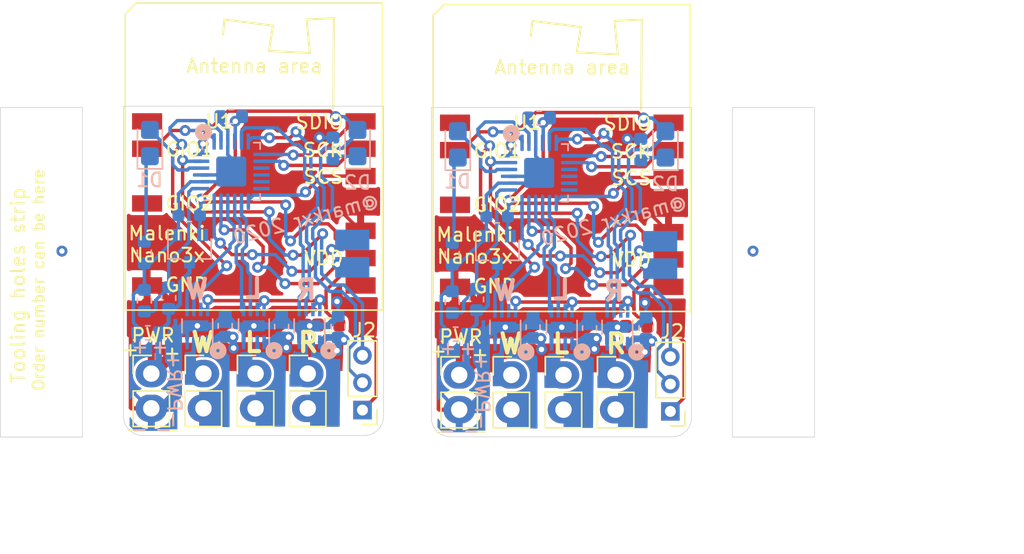
<source format=kicad_pcb>
(kicad_pcb (version 20200119) (host pcbnew "5.99.0-unknown-d30fb79~101~ubuntu18.04.1")
  (title_block (title "Malenki-nano2") (date "2019-11-07"))
  (layers (0 "F.Cu" signal hide) (31 "B.Cu" signal) (34 "B.Paste" user) (35 "F.Paste" user) (36 "B.SilkS" user hide) (37 "F.SilkS" user hide) (38 "B.Mask" user) (39 "F.Mask" user) (44 "Edge.Cuts" user))
  (net 0 "")
  (net 1 "GND")
  (net 2 "VBAT")
  (net 3 "BLINKY")
  (net 4 "Net-(D1-Pad1)")
  (net 5 "TXDEBUG")
  (net 6 "Net-(D2-Pad1)")
  (net 7 "UPDI")
  (net 8 "Net-(J5-Pad2)")
  (net 9 "Net-(J5-Pad1)")
  (net 10 "Net-(J6-Pad2)")
  (net 11 "Net-(J6-Pad1)")
  (net 12 "Net-(J7-Pad2)")
  (net 13 "Net-(J7-Pad1)")
  (net 14 "Net-(U1-Pad8)")
  (net 15 "Net-(U1-Pad1)")
  (net 16 "SPI_SCS")
  (net 17 "GIO1")
  (net 18 "SPI_SCK")
  (net 19 "SPI_SDIO")
  (net 20 "MOTOR1R")
  (net 21 "MOTOR2R")
  (net 22 "MOTOR2F")
  (net 23 "Net-(U3-Pad11)")
  (net 24 "Net-(U3-Pad10)")
  (net 25 "MOTOR3F")
  (net 26 "MOTOR3R")
  (net 27 "MOTOR1F")
  (net 28 "WEAPON2")
  (net 29 "Net-(U1-Pad4)")
  (net 30 "VSENSE")
  (net 31 "VLOGIC")
  (net 32 "WEAPON3")
  (net 33 "Net-(U3-Pad12)")
  (net 34 "Net-(U3-Pad9)")
  (module "misc:toolhole" (layer "F.Cu") (at 207.5 81.8)
    (fp_text reference "REF**" hide)
    (fp_text value "toolhole")
    (pad "" np_thru_hole circle (at 0 0) (size 1.152 1.152) (drill 1.152) (layers *.Cu *.Mask))
  )
  (module "misc:toolhole" (layer "F.Cu") (at 207.5 102.2)
    (fp_text reference "REF**" hide)
    (fp_text value "toolhole")
    (pad "" np_thru_hole circle (at 0 0) (size 1.152 1.152) (drill 1.152) (layers *.Cu *.Mask))
  )
  (module "malenki-nano:WSON-8-1EP_2x2mm_P0.5mm_HAND1" (layer "B.Cu") (at 173.589 95.9655 90)
    (fp_text reference "U7" hide)
    (fp_text value "DRV8837DSGR")
    (pad "6" smd rect (at 1.2 -0.25 90) (size 1 0.25) (layers "B.Cu" "B.Paste" "B.Mask") (net 25 "MOTOR3F"))
    (pad "5" smd rect (at 1.2 -0.75 90) (size 1 0.25) (layers "B.Cu" "B.Paste" "B.Mask") (net 26 "MOTOR3R"))
    (pad "4" smd rect (at -1.2 -0.75 90) (size 1 0.25) (layers "B.Cu" "B.Paste" "B.Mask") (net 1 "GND"))
    (pad "2" smd rect (at -1.2 0.25 90) (size 1 0.25) (layers "B.Cu" "B.Paste" "B.Mask") (net 12 "Net-(J7-Pad2)"))
    (pad "1" smd rect (at -1.2 0.75 90) (size 1 0.25) (layers "B.Cu" "B.Paste" "B.Mask") (net 2 "VBAT"))
    (pad "9" smd rect (at 0 0 90) (size 0.8 1.6) (layers "B.Cu" "B.Mask") (net 1 "GND"))
    (pad "8" smd rect (at 1.2 0.75 90) (size 1 0.25) (layers "B.Cu" "B.Paste" "B.Mask") (net 31 "VLOGIC"))
    (pad "7" smd rect (at 1.2 0.25 90) (size 1 0.25) (layers "B.Cu" "B.Paste" "B.Mask") (net 31 "VLOGIC"))
    (pad "3" smd rect (at -1.2 -0.25 90) (size 1 0.25) (layers "B.Cu" "B.Paste" "B.Mask") (net 13 "Net-(J7-Pad1)"))
  )
  (module "malenki-nano:WSON-8-1EP_2x2mm_P0.5mm_HAND1" (layer "B.Cu") (at 169.525 95.9655 90)
    (fp_text reference "U6" hide)
    (fp_text value "DRV8837DSGR")
    (pad "6" smd rect (at 1.2 -0.25 90) (size 1 0.25) (layers "B.Cu" "B.Paste" "B.Mask") (net 22 "MOTOR2F"))
    (pad "5" smd rect (at 1.2 -0.75 90) (size 1 0.25) (layers "B.Cu" "B.Paste" "B.Mask") (net 21 "MOTOR2R"))
    (pad "4" smd rect (at -1.2 -0.75 90) (size 1 0.25) (layers "B.Cu" "B.Paste" "B.Mask") (net 1 "GND"))
    (pad "2" smd rect (at -1.2 0.25 90) (size 1 0.25) (layers "B.Cu" "B.Paste" "B.Mask") (net 10 "Net-(J6-Pad2)"))
    (pad "1" smd rect (at -1.2 0.75 90) (size 1 0.25) (layers "B.Cu" "B.Paste" "B.Mask") (net 2 "VBAT"))
    (pad "9" smd rect (at 0 0 90) (size 0.8 1.6) (layers "B.Cu" "B.Mask") (net 1 "GND"))
    (pad "8" smd rect (at 1.2 0.75 90) (size 1 0.25) (layers "B.Cu" "B.Paste" "B.Mask") (net 31 "VLOGIC"))
    (pad "7" smd rect (at 1.2 0.25 90) (size 1 0.25) (layers "B.Cu" "B.Paste" "B.Mask") (net 31 "VLOGIC"))
    (pad "3" smd rect (at -1.2 -0.25 90) (size 1 0.25) (layers "B.Cu" "B.Paste" "B.Mask") (net 11 "Net-(J6-Pad1)"))
  )
  (module "malenki-nano:WSON-8-1EP_2x2mm_P0.5mm_HAND1" (layer "B.Cu") (at 165.3975 95.9655 90)
    (fp_text reference "U5" hide)
    (fp_text value "DRV8837DSGR")
    (pad "6" smd rect (at 1.2 -0.25 90) (size 1 0.25) (layers "B.Cu" "B.Paste" "B.Mask") (net 27 "MOTOR1F"))
    (pad "5" smd rect (at 1.2 -0.75 90) (size 1 0.25) (layers "B.Cu" "B.Paste" "B.Mask") (net 20 "MOTOR1R"))
    (pad "4" smd rect (at -1.2 -0.75 90) (size 1 0.25) (layers "B.Cu" "B.Paste" "B.Mask") (net 1 "GND"))
    (pad "2" smd rect (at -1.2 0.25 90) (size 1 0.25) (layers "B.Cu" "B.Paste" "B.Mask") (net 8 "Net-(J5-Pad2)"))
    (pad "1" smd rect (at -1.2 0.75 90) (size 1 0.25) (layers "B.Cu" "B.Paste" "B.Mask") (net 2 "VBAT"))
    (pad "9" smd rect (at 0 0 90) (size 0.8 1.6) (layers "B.Cu" "B.Mask") (net 1 "GND"))
    (pad "8" smd rect (at 1.2 0.75 90) (size 1 0.25) (layers "B.Cu" "B.Paste" "B.Mask") (net 31 "VLOGIC"))
    (pad "7" smd rect (at 1.2 0.25 90) (size 1 0.25) (layers "B.Cu" "B.Paste" "B.Mask") (net 31 "VLOGIC"))
    (pad "3" smd rect (at -1.2 -0.25 90) (size 1 0.25) (layers "B.Cu" "B.Paste" "B.Mask") (net 9 "Net-(J5-Pad1)"))
  )
  (module "malenki-nano:A7105-module" (layer "F.Cu") (at 169.525 87.012 -90)
    (fp_text reference "U1" (at -6 2.55) (layer "F.SilkS"))
    (fp_text value "A7105-MODULE")
    (fp_text user "Antenna area" (at -10.05 -0.05) (layer "F.SilkS"))
    (fp_text user "GIO1" (at -3.95 4.7) (layer "F.SilkS"))
    (fp_text user "GIO2" (at 0 4.7) (layer "F.SilkS"))
    (fp_text user "GND" (at 5.95 4.914286) (layer "F.SilkS"))
    (fp_text user "GND" (at 5.95 4.914286) (layer "F.SilkS"))
    (fp_text user "VDD" (at 4 -5.109523) (layer "F.SilkS"))
    (fp_text user "SCS" (at -1.95 -5.085714) (layer "F.SilkS"))
    (fp_text user "SCK" (at -3.9 -5.061904) (layer "F.SilkS"))
    (fp_text user "SDIO" (at -5.95 -4.8) (layer "F.SilkS"))
    (pad "8" smd rect (at 6 -7.8 270) (size 1.2 2.2) (layers "F.Cu" "F.Paste" "F.Mask") (net 14 "Net-(U1-Pad8)"))
    (pad "1" smd rect (at -6 7.8 270) (size 1.2 2.2) (layers "F.Cu" "F.Paste" "F.Mask") (net 15 "Net-(U1-Pad1)"))
    (pad "7" smd rect (at 6 7.8 270) (size 1.2 2.2) (layers "F.Cu" "F.Paste" "F.Mask") (net 1 "GND"))
    (pad "9" smd rect (at 4 -7.8 270) (size 1.2 2.2) (layers "F.Cu" "F.Paste" "F.Mask") (net 31 "VLOGIC"))
    (pad "10" smd rect (at 2 -7.8 270) (size 1.2 2.2) (layers "F.Cu" "F.Paste" "F.Mask") (net 1 "GND"))
    (pad "4" smd rect (at 0 7.8 270) (size 1.2 2.2) (layers "F.Cu" "F.Paste" "F.Mask") (net 29 "Net-(U1-Pad4)"))
    (pad "12" smd rect (at -2 -7.8 270) (size 1.2 2.2) (layers "F.Cu" "F.Paste" "F.Mask") (net 16 "SPI_SCS"))
    (pad "2" smd rect (at -4 7.8 270) (size 1.2 2.2) (layers "F.Cu" "F.Paste" "F.Mask") (net 17 "GIO1"))
    (pad "13" smd rect (at -4 -7.8 270) (size 1.2 2.2) (layers "F.Cu" "F.Paste" "F.Mask") (net 18 "SPI_SCK"))
    (pad "14" smd rect (at -6 -7.8 270) (size 1.2 2.2) (layers "F.Cu" "F.Paste" "F.Mask") (net 19 "SPI_SDIO"))
  )
  (module "Capacitor_SMD:C_0603_1608Metric" (layer "B.Cu") (at 175.6845 96.029 90)
    (fp_text reference "C7" hide)
    (fp_text value "10uF")
    (pad "2" smd roundrect (at 0.7875 0 90) (size 0.875 0.95) (layers "B.Cu" "B.Paste" "B.Mask") (net 1 "GND"))
    (pad "1" smd roundrect (at -0.7875 0 90) (size 0.875 0.95) (layers "B.Cu" "B.Paste" "B.Mask") (net 2 "VBAT"))
  )
  (module "Capacitor_SMD:C_0603_1608Metric" (layer "B.Cu") (at 171.557 96.029 90)
    (fp_text reference "C6" hide)
    (fp_text value "10uF")
    (pad "2" smd roundrect (at 0.7875 0 90) (size 0.875 0.95) (layers "B.Cu" "B.Paste" "B.Mask") (net 1 "GND"))
    (pad "1" smd roundrect (at -0.7875 0 90) (size 0.875 0.95) (layers "B.Cu" "B.Paste" "B.Mask") (net 2 "VBAT"))
  )
  (module "LED_SMD:LED_0805_2012Metric_Castellated" (layer "B.Cu") (at 177.102 82.595 90)
    (fp_text reference "D2" (at -2.893 0 180) (layer "B.SilkS") (effects (justify mirror)))
    (fp_text value "LED Red")
    (pad "2" smd roundrect (at 0.9625 0 90) (size 1.325 1.3) (layers "B.Cu" "B.Paste" "B.Mask") (roundrect_rratio 0.192308) (net 5 "TXDEBUG"))
    (pad "1" smd roundrect (at -0.9625 0 90) (size 1.325 1.3) (layers "B.Cu" "B.Paste" "B.Mask") (roundrect_rratio 0.192308) (net 6 "Net-(D2-Pad1)"))
  )
  (module "LED_SMD:LED_0805_2012Metric_Castellated" (layer "B.Cu") (at 161.929 82.595 90)
    (fp_text reference "D1" (at -2.7025 -0.032 180) (layer "B.SilkS") (effects (justify mirror)))
    (fp_text value "LED Blue")
    (pad "2" smd roundrect (at 0.9625 0 90) (size 1.325 1.3) (layers "B.Cu" "B.Paste" "B.Mask") (roundrect_rratio 0.192308) (net 3 "BLINKY"))
    (pad "1" smd roundrect (at -0.9625 0 90) (size 1.325 1.3) (layers "B.Cu" "B.Paste" "B.Mask") (roundrect_rratio 0.192308) (net 4 "Net-(D1-Pad1)"))
  )
  (module "Resistor_SMD:R_0603_1608Metric" (layer "B.Cu") (at 161.524 94.124 90)
    (fp_text reference "R4" hide)
    (fp_text value "10k")
    (pad "2" smd roundrect (at 0.7875 0 90) (size 0.875 0.95) (layers "B.Cu" "B.Paste" "B.Mask") (net 1 "GND"))
    (pad "1" smd roundrect (at -0.7875 0 90) (size 0.875 0.95) (layers "B.Cu" "B.Paste" "B.Mask") (net 30 "VSENSE"))
  )
  (module "Resistor_SMD:R_0603_1608Metric" (layer "B.Cu") (at 163.302 93.9335 90)
    (fp_text reference "R3" hide)
    (fp_text value "33k")
    (pad "2" smd roundrect (at 0.7875 0 90) (size 0.875 0.95) (layers "B.Cu" "B.Paste" "B.Mask") (net 30 "VSENSE"))
    (pad "1" smd roundrect (at -0.7875 0 90) (size 0.875 0.95) (layers "B.Cu" "B.Paste" "B.Mask") (net 2 "VBAT"))
  )
  (module "malenki-nano:wirepad_2" (layer "B.Cu") (at 176.713323 90.679 -90)
    (fp_text reference "J3" hide)
    (fp_text value "Conn_01x02")
    (pad "2" smd rect (at 1 0 270) (size 1.5 2.5) (layers "B.Cu" "B.Mask") (net 28 "WEAPON2"))
    (pad "1" smd rect (at -1 0 270) (size 1.5 2.5) (layers "B.Cu" "B.Mask") (net 32 "WEAPON3"))
  )
  (module "Connector_PinHeader_2.00mm:PinHeader_1x03_P2.00mm_Vertical" (layer "F.Cu") (at 177.4625 102.125 180)
    (fp_text reference "J2" (at -0.127 5.842) (layer "F.SilkS"))
    (fp_text value "Conn_01x03")
    (pad "3" thru_hole oval (at 0 4 180) (size 1.35 1.35) (drill 0.8) (layers *.Cu *.Mask) (net 7 "UPDI"))
    (pad "2" thru_hole oval (at 0 2 180) (size 1.35 1.35) (drill 0.8) (layers *.Cu *.Mask) (net 5 "TXDEBUG"))
    (pad "1" thru_hole rect (at 0 0 180) (size 1.35 1.35) (drill 0.8) (layers *.Cu *.Mask) (net 1 "GND"))
  )
  (module "malenki-nano:qfn24-hand1" (layer "B.Cu") (at 167.874 84.678 -90)
    (fp_text reference "U3" hide)
    (fp_text value "ATtiny1617-M")
    (pad "24" smd roundrect (at -1.25 2.2 270) (size 0.25 1.2) (layers "B.Cu" "B.Paste" "B.Mask") (net 5 "TXDEBUG"))
    (pad "23" smd roundrect (at -0.75 2.2 270) (size 0.25 1.2) (layers "B.Cu" "B.Paste" "B.Mask") (net 7 "UPDI"))
    (pad "22" smd roundrect (at -0.25 2.2 270) (size 0.25 1.2) (layers "B.Cu" "B.Paste" "B.Mask") (net 3 "BLINKY"))
    (pad "21" smd roundrect (at 0.25 2.2 270) (size 0.25 1.2) (layers "B.Cu" "B.Paste" "B.Mask") (net 1 "GND"))
    (pad "20" smd roundrect (at 0.75 2.2 270) (size 0.25 1.2) (layers "B.Cu" "B.Paste" "B.Mask") (net 1 "GND"))
    (pad "19" smd roundrect (at 1.25 2.2 270) (size 0.25 1.2) (layers "B.Cu" "B.Paste" "B.Mask") (net 30 "VSENSE"))
    (pad "18" smd roundrect (at 2.2 1.25 270) (size 1.2 0.25) (layers "B.Cu" "B.Paste" "B.Mask") (net 32 "WEAPON3"))
    (pad "17" smd roundrect (at 2.2 0.75 270) (size 1.2 0.25) (layers "B.Cu" "B.Paste" "B.Mask") (net 28 "WEAPON2"))
    (pad "16" smd roundrect (at 2.2 0.25 270) (size 1.2 0.25) (layers "B.Cu" "B.Paste" "B.Mask") (net 20 "MOTOR1R"))
    (pad "15" smd roundrect (at 2.2 -0.25 270) (size 1.2 0.25) (layers "B.Cu" "B.Paste" "B.Mask") (net 21 "MOTOR2R"))
    (pad "14" smd roundrect (at 2.2 -0.75 270) (size 1.2 0.25) (layers "B.Cu" "B.Paste" "B.Mask") (net 22 "MOTOR2F"))
    (pad "13" smd roundrect (at 2.2 -1.25 270) (size 1.2 0.25) (layers "B.Cu" "B.Paste" "B.Mask") (net 16 "SPI_SCS"))
    (pad "12" smd roundrect (at 1.25 -2.2 270) (size 0.25 1.2) (layers "B.Cu" "B.Paste" "B.Mask") (net 33 "Net-(U3-Pad12)"))
    (pad "11" smd roundrect (at 0.75 -2.2 270) (size 0.25 1.2) (layers "B.Cu" "B.Paste" "B.Mask") (net 23 "Net-(U3-Pad11)"))
    (pad "10" smd roundrect (at 0.25 -2.2 270) (size 0.25 1.2) (layers "B.Cu" "B.Paste" "B.Mask") (net 24 "Net-(U3-Pad10)"))
    (pad "9" smd roundrect (at -0.25 -2.2 270) (size 0.25 1.2) (layers "B.Cu" "B.Paste" "B.Mask") (net 34 "Net-(U3-Pad9)"))
    (pad "8" smd roundrect (at -0.75 -2.2 270) (size 0.25 1.2) (layers "B.Cu" "B.Paste" "B.Mask") (net 18 "SPI_SCK"))
    (pad "7" smd roundrect (at -1.25 -2.2 270) (size 0.25 1.2) (layers "B.Cu" "B.Paste" "B.Mask") (net 19 "SPI_SDIO"))
    (pad "6" smd roundrect (at -2.2 -1.25 270) (size 1.2 0.25) (layers "B.Cu" "B.Paste" "B.Mask") (net 25 "MOTOR3F"))
    (pad "5" smd roundrect (at -2.2 -0.75 270) (size 1.2 0.25) (layers "B.Cu" "B.Paste" "B.Mask") (net 26 "MOTOR3R"))
    (pad "4" smd roundrect (at -2.2 -0.25 270) (size 1.2 0.25) (layers "B.Cu" "B.Paste" "B.Mask") (net 31 "VLOGIC"))
    (pad "3" smd roundrect (at -2.2 0.25 270) (size 1.2 0.25) (layers "B.Cu" "B.Paste" "B.Mask") (net 1 "GND"))
    (pad "2" smd roundrect (at -2.2 0.75 270) (size 1.2 0.25) (layers "B.Cu" "B.Paste" "B.Mask") (net 27 "MOTOR1F"))
    (pad "1" smd roundrect (at -2.2 1.25 270) (size 1.2 0.25) (layers "B.Cu" "B.Paste" "B.Mask") (net 17 "GIO1"))
    (pad "25" smd roundrect (at 0 0 270) (size 2.2 2.2) (layers "B.Cu" "B.Mask") (roundrect_rratio 0.096) (net 1 "GND"))
  )
  (module "Package_TO_SOT_SMD:SOT-23" (layer "B.Cu") (at 164.826 90.314 -90)
    (fp_text reference "U2" hide)
    (fp_text value "AIC1734-33GUTR")
    (pad "3" smd rect (at 1 0 270) (size 0.9 0.8) (layers "B.Cu" "B.Paste" "B.Mask") (net 2 "VBAT"))
    (pad "2" smd rect (at -1 -0.95 270) (size 0.9 0.8) (layers "B.Cu" "B.Paste" "B.Mask") (net 31 "VLOGIC"))
    (pad "1" smd rect (at -1 0.95 270) (size 0.9 0.8) (layers "B.Cu" "B.Paste" "B.Mask") (net 1 "GND"))
  )
  (module "Resistor_SMD:R_0603_1608Metric" (layer "B.Cu") (at 175.302 82.978 90)
    (fp_text reference "R2" hide)
    (fp_text value "220R")
    (pad "2" smd roundrect (at 0.7875 0 90) (size 0.875 0.95) (layers "B.Cu" "B.Paste" "B.Mask") (net 1 "GND"))
    (pad "1" smd roundrect (at -0.7875 0 90) (size 0.875 0.95) (layers "B.Cu" "B.Paste" "B.Mask") (net 6 "Net-(D2-Pad1)"))
  )
  (module "Resistor_SMD:R_0603_1608Metric" (layer "B.Cu") (at 161.524 90.5935 -90)
    (fp_text reference "R1" hide)
    (fp_text value "220R")
    (pad "2" smd roundrect (at 0.7875 0 270) (size 0.875 0.95) (layers "B.Cu" "B.Paste" "B.Mask") (net 1 "GND"))
    (pad "1" smd roundrect (at -0.7875 0 270) (size 0.875 0.95) (layers "B.Cu" "B.Paste" "B.Mask") (net 4 "Net-(D1-Pad1)"))
  )
  (module "malenki-nano:PinHeader_1x02_P2.54mm_BIG1" (layer "F.Cu") (at 173.462 99.458)
    (fp_text reference "J7" hide)
    (fp_text value "Conn_01x02_Male")
    (pad "2" thru_hole oval (at 0 2.54) (size 2.3 2) (drill 1.2) (layers *.Cu *.Mask) (net 12 "Net-(J7-Pad2)"))
    (pad "1" thru_hole oval (at 0 0) (size 2.3 2) (drill 1.2) (layers *.Cu *.Mask) (net 13 "Net-(J7-Pad1)"))
  )
  (module "malenki-nano:PinHeader_1x02_P2.54mm_BIG1" (layer "F.Cu") (at 169.652 99.458)
    (fp_text reference "J6" hide)
    (fp_text value "Conn_01x02_Male")
    (pad "2" thru_hole oval (at 0 2.54) (size 2.3 2) (drill 1.2) (layers *.Cu *.Mask) (net 10 "Net-(J6-Pad2)"))
    (pad "1" thru_hole oval (at 0 0) (size 2.3 2) (drill 1.2) (layers *.Cu *.Mask) (net 11 "Net-(J6-Pad1)"))
  )
  (module "malenki-nano:PinHeader_1x02_P2.54mm_BIG1" (layer "F.Cu") (at 165.842 99.458)
    (fp_text reference "J5" hide)
    (fp_text value "Conn_01x02_Male")
    (pad "2" thru_hole oval (at 0 2.54) (size 2.3 2) (drill 1.2) (layers *.Cu *.Mask) (net 8 "Net-(J5-Pad2)"))
    (pad "1" thru_hole oval (at 0 0) (size 2.3 2) (drill 1.2) (layers *.Cu *.Mask) (net 9 "Net-(J5-Pad1)"))
  )
  (module "malenki-nano:PinHeader_1x02_P2.54mm_BIG1" (layer "F.Cu") (at 162.032 99.458)
    (fp_text reference "J1" hide)
    (fp_text value "Conn_01x02_Male")
    (pad "2" thru_hole oval (at 0 2.54) (size 2.3 2) (drill 1.2) (layers *.Cu *.Mask) (net 1 "GND"))
    (pad "1" thru_hole oval (at 0 0) (size 2.3 2) (drill 1.2) (layers *.Cu *.Mask) (net 2 "VBAT"))
  )
  (module "Capacitor_SMD:C_0603_1608Metric" (layer "B.Cu") (at 167.4295 95.9655 90)
    (fp_text reference "C5" hide)
    (fp_text value "10uF")
    (pad "2" smd roundrect (at 0.7875 0 90) (size 0.875 0.95) (layers "B.Cu" "B.Paste" "B.Mask") (net 1 "GND"))
    (pad "1" smd roundrect (at -0.7875 0 90) (size 0.875 0.95) (layers "B.Cu" "B.Paste" "B.Mask") (net 2 "VBAT"))
  )
  (module "Capacitor_SMD:C_0603_1608Metric" (layer "B.Cu") (at 167.874 80.662 180)
    (fp_text reference "C4" hide)
    (fp_text value "0.1uF")
    (pad "2" smd roundrect (at 0.7875 0 180) (size 0.875 0.95) (layers "B.Cu" "B.Paste" "B.Mask") (net 1 "GND"))
    (pad "1" smd roundrect (at -0.7875 0 180) (size 0.875 0.95) (layers "B.Cu" "B.Paste" "B.Mask") (net 31 "VLOGIC"))
  )
  (module "Capacitor_SMD:C_0603_1608Metric" (layer "B.Cu") (at 164.8005 87.8248 180)
    (fp_text reference "C3" hide)
    (fp_text value "10uF")
    (pad "2" smd roundrect (at 0.7875 0 180) (size 0.875 0.95) (layers "B.Cu" "B.Paste" "B.Mask") (net 1 "GND"))
    (pad "1" smd roundrect (at -0.7875 0 180) (size 0.875 0.95) (layers "B.Cu" "B.Paste" "B.Mask") (net 31 "VLOGIC"))
  )
  (module "Capacitor_SMD:C_0603_1608Metric" (layer "B.Cu") (at 161.778 96.4735 180)
    (fp_text reference "C2" hide)
    (fp_text value "10uF")
    (pad "2" smd roundrect (at 0.7875 0 180) (size 0.875 0.95) (layers "B.Cu" "B.Paste" "B.Mask") (net 1 "GND"))
    (pad "1" smd roundrect (at -0.7875 0 180) (size 0.875 0.95) (layers "B.Cu" "B.Paste" "B.Mask") (net 2 "VBAT"))
  )
  (module "Capacitor_SMD:C_0603_1608Metric" (layer "F.Cu") (at 174.986 95.902 180)
    (fp_text reference "C1" hide)
    (fp_text value "0.1uF")
    (pad "2" smd roundrect (at 0.7875 0 180) (size 0.875 0.95) (layers "F.Cu" "F.Paste" "F.Mask") (net 1 "GND"))
    (pad "1" smd roundrect (at -0.7875 0 180) (size 0.875 0.95) (layers "F.Cu" "F.Paste" "F.Mask") (net 31 "VLOGIC"))
  )
  (module "malenki-nano:WSON-8-1EP_2x2mm_P0.5mm_HAND1" (layer "B.Cu") (at 196.089 96.0655 90)
    (fp_text reference "U7" hide)
    (fp_text value "DRV8837DSGR")
    (pad "6" smd rect (at 1.2 -0.25 90) (size 1 0.25) (layers "B.Cu" "B.Paste" "B.Mask") (net 25 "MOTOR3F"))
    (pad "5" smd rect (at 1.2 -0.75 90) (size 1 0.25) (layers "B.Cu" "B.Paste" "B.Mask") (net 26 "MOTOR3R"))
    (pad "4" smd rect (at -1.2 -0.75 90) (size 1 0.25) (layers "B.Cu" "B.Paste" "B.Mask") (net 1 "GND"))
    (pad "2" smd rect (at -1.2 0.25 90) (size 1 0.25) (layers "B.Cu" "B.Paste" "B.Mask") (net 12 "Net-(J7-Pad2)"))
    (pad "1" smd rect (at -1.2 0.75 90) (size 1 0.25) (layers "B.Cu" "B.Paste" "B.Mask") (net 2 "VBAT"))
    (pad "9" smd rect (at 0 0 90) (size 0.8 1.6) (layers "B.Cu" "B.Mask") (net 1 "GND"))
    (pad "8" smd rect (at 1.2 0.75 90) (size 1 0.25) (layers "B.Cu" "B.Paste" "B.Mask") (net 31 "VLOGIC"))
    (pad "7" smd rect (at 1.2 0.25 90) (size 1 0.25) (layers "B.Cu" "B.Paste" "B.Mask") (net 31 "VLOGIC"))
    (pad "3" smd rect (at -1.2 -0.25 90) (size 1 0.25) (layers "B.Cu" "B.Paste" "B.Mask") (net 13 "Net-(J7-Pad1)"))
  )
  (module "malenki-nano:WSON-8-1EP_2x2mm_P0.5mm_HAND1" (layer "B.Cu") (at 192.025 96.0655 90)
    (fp_text reference "U6" hide)
    (fp_text value "DRV8837DSGR")
    (pad "6" smd rect (at 1.2 -0.25 90) (size 1 0.25) (layers "B.Cu" "B.Paste" "B.Mask") (net 22 "MOTOR2F"))
    (pad "5" smd rect (at 1.2 -0.75 90) (size 1 0.25) (layers "B.Cu" "B.Paste" "B.Mask") (net 21 "MOTOR2R"))
    (pad "4" smd rect (at -1.2 -0.75 90) (size 1 0.25) (layers "B.Cu" "B.Paste" "B.Mask") (net 1 "GND"))
    (pad "2" smd rect (at -1.2 0.25 90) (size 1 0.25) (layers "B.Cu" "B.Paste" "B.Mask") (net 10 "Net-(J6-Pad2)"))
    (pad "1" smd rect (at -1.2 0.75 90) (size 1 0.25) (layers "B.Cu" "B.Paste" "B.Mask") (net 2 "VBAT"))
    (pad "9" smd rect (at 0 0 90) (size 0.8 1.6) (layers "B.Cu" "B.Mask") (net 1 "GND"))
    (pad "8" smd rect (at 1.2 0.75 90) (size 1 0.25) (layers "B.Cu" "B.Paste" "B.Mask") (net 31 "VLOGIC"))
    (pad "7" smd rect (at 1.2 0.25 90) (size 1 0.25) (layers "B.Cu" "B.Paste" "B.Mask") (net 31 "VLOGIC"))
    (pad "3" smd rect (at -1.2 -0.25 90) (size 1 0.25) (layers "B.Cu" "B.Paste" "B.Mask") (net 11 "Net-(J6-Pad1)"))
  )
  (module "malenki-nano:WSON-8-1EP_2x2mm_P0.5mm_HAND1" (layer "B.Cu") (at 187.8975 96.0655 90)
    (fp_text reference "U5" hide)
    (fp_text value "DRV8837DSGR")
    (pad "6" smd rect (at 1.2 -0.25 90) (size 1 0.25) (layers "B.Cu" "B.Paste" "B.Mask") (net 27 "MOTOR1F"))
    (pad "5" smd rect (at 1.2 -0.75 90) (size 1 0.25) (layers "B.Cu" "B.Paste" "B.Mask") (net 20 "MOTOR1R"))
    (pad "4" smd rect (at -1.2 -0.75 90) (size 1 0.25) (layers "B.Cu" "B.Paste" "B.Mask") (net 1 "GND"))
    (pad "2" smd rect (at -1.2 0.25 90) (size 1 0.25) (layers "B.Cu" "B.Paste" "B.Mask") (net 8 "Net-(J5-Pad2)"))
    (pad "1" smd rect (at -1.2 0.75 90) (size 1 0.25) (layers "B.Cu" "B.Paste" "B.Mask") (net 2 "VBAT"))
    (pad "9" smd rect (at 0 0 90) (size 0.8 1.6) (layers "B.Cu" "B.Mask") (net 1 "GND"))
    (pad "8" smd rect (at 1.2 0.75 90) (size 1 0.25) (layers "B.Cu" "B.Paste" "B.Mask") (net 31 "VLOGIC"))
    (pad "7" smd rect (at 1.2 0.25 90) (size 1 0.25) (layers "B.Cu" "B.Paste" "B.Mask") (net 31 "VLOGIC"))
    (pad "3" smd rect (at -1.2 -0.25 90) (size 1 0.25) (layers "B.Cu" "B.Paste" "B.Mask") (net 9 "Net-(J5-Pad1)"))
  )
  (module "malenki-nano:A7105-module" (layer "F.Cu") (at 192.025 87.112 -90)
    (fp_text reference "U1" (at -6 2.55) (layer "F.SilkS"))
    (fp_text value "A7105-MODULE")
    (fp_text user "Antenna area" (at -10.05 -0.05) (layer "F.SilkS"))
    (fp_text user "GIO1" (at -3.95 4.7) (layer "F.SilkS"))
    (fp_text user "GIO2" (at 0 4.7) (layer "F.SilkS"))
    (fp_text user "GND" (at 5.95 4.914286) (layer "F.SilkS"))
    (fp_text user "GND" (at 5.95 4.914286) (layer "F.SilkS"))
    (fp_text user "VDD" (at 4 -5.109523) (layer "F.SilkS"))
    (fp_text user "SCS" (at -1.95 -5.085714) (layer "F.SilkS"))
    (fp_text user "SCK" (at -3.9 -5.061904) (layer "F.SilkS"))
    (fp_text user "SDIO" (at -5.95 -4.8) (layer "F.SilkS"))
    (pad "8" smd rect (at 6 -7.8 270) (size 1.2 2.2) (layers "F.Cu" "F.Paste" "F.Mask") (net 14 "Net-(U1-Pad8)"))
    (pad "1" smd rect (at -6 7.8 270) (size 1.2 2.2) (layers "F.Cu" "F.Paste" "F.Mask") (net 15 "Net-(U1-Pad1)"))
    (pad "7" smd rect (at 6 7.8 270) (size 1.2 2.2) (layers "F.Cu" "F.Paste" "F.Mask") (net 1 "GND"))
    (pad "9" smd rect (at 4 -7.8 270) (size 1.2 2.2) (layers "F.Cu" "F.Paste" "F.Mask") (net 31 "VLOGIC"))
    (pad "10" smd rect (at 2 -7.8 270) (size 1.2 2.2) (layers "F.Cu" "F.Paste" "F.Mask") (net 1 "GND"))
    (pad "4" smd rect (at 0 7.8 270) (size 1.2 2.2) (layers "F.Cu" "F.Paste" "F.Mask") (net 29 "Net-(U1-Pad4)"))
    (pad "12" smd rect (at -2 -7.8 270) (size 1.2 2.2) (layers "F.Cu" "F.Paste" "F.Mask") (net 16 "SPI_SCS"))
    (pad "2" smd rect (at -4 7.8 270) (size 1.2 2.2) (layers "F.Cu" "F.Paste" "F.Mask") (net 17 "GIO1"))
    (pad "13" smd rect (at -4 -7.8 270) (size 1.2 2.2) (layers "F.Cu" "F.Paste" "F.Mask") (net 18 "SPI_SCK"))
    (pad "14" smd rect (at -6 -7.8 270) (size 1.2 2.2) (layers "F.Cu" "F.Paste" "F.Mask") (net 19 "SPI_SDIO"))
  )
  (module "Capacitor_SMD:C_0603_1608Metric" (layer "B.Cu") (at 198.1845 96.129 90)
    (fp_text reference "C7" hide)
    (fp_text value "10uF")
    (pad "2" smd roundrect (at 0.7875 0 90) (size 0.875 0.95) (layers "B.Cu" "B.Paste" "B.Mask") (net 1 "GND"))
    (pad "1" smd roundrect (at -0.7875 0 90) (size 0.875 0.95) (layers "B.Cu" "B.Paste" "B.Mask") (net 2 "VBAT"))
  )
  (module "Capacitor_SMD:C_0603_1608Metric" (layer "B.Cu") (at 194.057 96.129 90)
    (fp_text reference "C6" hide)
    (fp_text value "10uF")
    (pad "2" smd roundrect (at 0.7875 0 90) (size 0.875 0.95) (layers "B.Cu" "B.Paste" "B.Mask") (net 1 "GND"))
    (pad "1" smd roundrect (at -0.7875 0 90) (size 0.875 0.95) (layers "B.Cu" "B.Paste" "B.Mask") (net 2 "VBAT"))
  )
  (module "LED_SMD:LED_0805_2012Metric_Castellated" (layer "B.Cu") (at 199.602 82.695 90)
    (fp_text reference "D2" (at -2.893 0 180) (layer "B.SilkS") (effects (justify mirror)))
    (fp_text value "LED Red")
    (pad "2" smd roundrect (at 0.9625 0 90) (size 1.325 1.3) (layers "B.Cu" "B.Paste" "B.Mask") (roundrect_rratio 0.192308) (net 5 "TXDEBUG"))
    (pad "1" smd roundrect (at -0.9625 0 90) (size 1.325 1.3) (layers "B.Cu" "B.Paste" "B.Mask") (roundrect_rratio 0.192308) (net 6 "Net-(D2-Pad1)"))
  )
  (module "LED_SMD:LED_0805_2012Metric_Castellated" (layer "B.Cu") (at 184.429 82.695 90)
    (fp_text reference "D1" (at -2.7025 -0.032 180) (layer "B.SilkS") (effects (justify mirror)))
    (fp_text value "LED Blue")
    (pad "2" smd roundrect (at 0.9625 0 90) (size 1.325 1.3) (layers "B.Cu" "B.Paste" "B.Mask") (roundrect_rratio 0.192308) (net 3 "BLINKY"))
    (pad "1" smd roundrect (at -0.9625 0 90) (size 1.325 1.3) (layers "B.Cu" "B.Paste" "B.Mask") (roundrect_rratio 0.192308) (net 4 "Net-(D1-Pad1)"))
  )
  (module "Resistor_SMD:R_0603_1608Metric" (layer "B.Cu") (at 184.024 94.224 90)
    (fp_text reference "R4" hide)
    (fp_text value "10k")
    (pad "2" smd roundrect (at 0.7875 0 90) (size 0.875 0.95) (layers "B.Cu" "B.Paste" "B.Mask") (net 1 "GND"))
    (pad "1" smd roundrect (at -0.7875 0 90) (size 0.875 0.95) (layers "B.Cu" "B.Paste" "B.Mask") (net 30 "VSENSE"))
  )
  (module "Resistor_SMD:R_0603_1608Metric" (layer "B.Cu") (at 185.802 94.0335 90)
    (fp_text reference "R3" hide)
    (fp_text value "33k")
    (pad "2" smd roundrect (at 0.7875 0 90) (size 0.875 0.95) (layers "B.Cu" "B.Paste" "B.Mask") (net 30 "VSENSE"))
    (pad "1" smd roundrect (at -0.7875 0 90) (size 0.875 0.95) (layers "B.Cu" "B.Paste" "B.Mask") (net 2 "VBAT"))
  )
  (module "malenki-nano:wirepad_2" (layer "B.Cu") (at 199.213323 90.779 -90)
    (fp_text reference "J3" hide)
    (fp_text value "Conn_01x02")
    (pad "2" smd rect (at 1 0 270) (size 1.5 2.5) (layers "B.Cu" "B.Mask") (net 28 "WEAPON2"))
    (pad "1" smd rect (at -1 0 270) (size 1.5 2.5) (layers "B.Cu" "B.Mask") (net 32 "WEAPON3"))
  )
  (module "Connector_PinHeader_2.00mm:PinHeader_1x03_P2.00mm_Vertical" (layer "F.Cu") (at 199.9625 102.225 180)
    (fp_text reference "J2" (at -0.127 5.842) (layer "F.SilkS"))
    (fp_text value "Conn_01x03")
    (pad "3" thru_hole oval (at 0 4 180) (size 1.35 1.35) (drill 0.8) (layers *.Cu *.Mask) (net 7 "UPDI"))
    (pad "2" thru_hole oval (at 0 2 180) (size 1.35 1.35) (drill 0.8) (layers *.Cu *.Mask) (net 5 "TXDEBUG"))
    (pad "1" thru_hole rect (at 0 0 180) (size 1.35 1.35) (drill 0.8) (layers *.Cu *.Mask) (net 1 "GND"))
  )
  (module "malenki-nano:qfn24-hand1" (layer "B.Cu") (at 190.374 84.778 -90)
    (fp_text reference "U3" hide)
    (fp_text value "ATtiny1617-M")
    (pad "24" smd roundrect (at -1.25 2.2 270) (size 0.25 1.2) (layers "B.Cu" "B.Paste" "B.Mask") (net 5 "TXDEBUG"))
    (pad "23" smd roundrect (at -0.75 2.2 270) (size 0.25 1.2) (layers "B.Cu" "B.Paste" "B.Mask") (net 7 "UPDI"))
    (pad "22" smd roundrect (at -0.25 2.2 270) (size 0.25 1.2) (layers "B.Cu" "B.Paste" "B.Mask") (net 3 "BLINKY"))
    (pad "21" smd roundrect (at 0.25 2.2 270) (size 0.25 1.2) (layers "B.Cu" "B.Paste" "B.Mask") (net 1 "GND"))
    (pad "20" smd roundrect (at 0.75 2.2 270) (size 0.25 1.2) (layers "B.Cu" "B.Paste" "B.Mask") (net 1 "GND"))
    (pad "19" smd roundrect (at 1.25 2.2 270) (size 0.25 1.2) (layers "B.Cu" "B.Paste" "B.Mask") (net 30 "VSENSE"))
    (pad "18" smd roundrect (at 2.2 1.25 270) (size 1.2 0.25) (layers "B.Cu" "B.Paste" "B.Mask") (net 32 "WEAPON3"))
    (pad "17" smd roundrect (at 2.2 0.75 270) (size 1.2 0.25) (layers "B.Cu" "B.Paste" "B.Mask") (net 28 "WEAPON2"))
    (pad "16" smd roundrect (at 2.2 0.25 270) (size 1.2 0.25) (layers "B.Cu" "B.Paste" "B.Mask") (net 20 "MOTOR1R"))
    (pad "15" smd roundrect (at 2.2 -0.25 270) (size 1.2 0.25) (layers "B.Cu" "B.Paste" "B.Mask") (net 21 "MOTOR2R"))
    (pad "14" smd roundrect (at 2.2 -0.75 270) (size 1.2 0.25) (layers "B.Cu" "B.Paste" "B.Mask") (net 22 "MOTOR2F"))
    (pad "13" smd roundrect (at 2.2 -1.25 270) (size 1.2 0.25) (layers "B.Cu" "B.Paste" "B.Mask") (net 16 "SPI_SCS"))
    (pad "12" smd roundrect (at 1.25 -2.2 270) (size 0.25 1.2) (layers "B.Cu" "B.Paste" "B.Mask") (net 33 "Net-(U3-Pad12)"))
    (pad "11" smd roundrect (at 0.75 -2.2 270) (size 0.25 1.2) (layers "B.Cu" "B.Paste" "B.Mask") (net 23 "Net-(U3-Pad11)"))
    (pad "10" smd roundrect (at 0.25 -2.2 270) (size 0.25 1.2) (layers "B.Cu" "B.Paste" "B.Mask") (net 24 "Net-(U3-Pad10)"))
    (pad "9" smd roundrect (at -0.25 -2.2 270) (size 0.25 1.2) (layers "B.Cu" "B.Paste" "B.Mask") (net 34 "Net-(U3-Pad9)"))
    (pad "8" smd roundrect (at -0.75 -2.2 270) (size 0.25 1.2) (layers "B.Cu" "B.Paste" "B.Mask") (net 18 "SPI_SCK"))
    (pad "7" smd roundrect (at -1.25 -2.2 270) (size 0.25 1.2) (layers "B.Cu" "B.Paste" "B.Mask") (net 19 "SPI_SDIO"))
    (pad "6" smd roundrect (at -2.2 -1.25 270) (size 1.2 0.25) (layers "B.Cu" "B.Paste" "B.Mask") (net 25 "MOTOR3F"))
    (pad "5" smd roundrect (at -2.2 -0.75 270) (size 1.2 0.25) (layers "B.Cu" "B.Paste" "B.Mask") (net 26 "MOTOR3R"))
    (pad "4" smd roundrect (at -2.2 -0.25 270) (size 1.2 0.25) (layers "B.Cu" "B.Paste" "B.Mask") (net 31 "VLOGIC"))
    (pad "3" smd roundrect (at -2.2 0.25 270) (size 1.2 0.25) (layers "B.Cu" "B.Paste" "B.Mask") (net 1 "GND"))
    (pad "2" smd roundrect (at -2.2 0.75 270) (size 1.2 0.25) (layers "B.Cu" "B.Paste" "B.Mask") (net 27 "MOTOR1F"))
    (pad "1" smd roundrect (at -2.2 1.25 270) (size 1.2 0.25) (layers "B.Cu" "B.Paste" "B.Mask") (net 17 "GIO1"))
    (pad "25" smd roundrect (at 0 0 270) (size 2.2 2.2) (layers "B.Cu" "B.Mask") (roundrect_rratio 0.096) (net 1 "GND"))
  )
  (module "Package_TO_SOT_SMD:SOT-23" (layer "B.Cu") (at 187.326 90.414 -90)
    (fp_text reference "U2" hide)
    (fp_text value "AIC1734-33GUTR")
    (pad "3" smd rect (at 1 0 270) (size 0.9 0.8) (layers "B.Cu" "B.Paste" "B.Mask") (net 2 "VBAT"))
    (pad "2" smd rect (at -1 -0.95 270) (size 0.9 0.8) (layers "B.Cu" "B.Paste" "B.Mask") (net 31 "VLOGIC"))
    (pad "1" smd rect (at -1 0.95 270) (size 0.9 0.8) (layers "B.Cu" "B.Paste" "B.Mask") (net 1 "GND"))
  )
  (module "Resistor_SMD:R_0603_1608Metric" (layer "B.Cu") (at 197.802 83.078 90)
    (fp_text reference "R2" hide)
    (fp_text value "220R")
    (pad "2" smd roundrect (at 0.7875 0 90) (size 0.875 0.95) (layers "B.Cu" "B.Paste" "B.Mask") (net 1 "GND"))
    (pad "1" smd roundrect (at -0.7875 0 90) (size 0.875 0.95) (layers "B.Cu" "B.Paste" "B.Mask") (net 6 "Net-(D2-Pad1)"))
  )
  (module "Resistor_SMD:R_0603_1608Metric" (layer "B.Cu") (at 184.024 90.6935 -90)
    (fp_text reference "R1" hide)
    (fp_text value "220R")
    (pad "2" smd roundrect (at 0.7875 0 270) (size 0.875 0.95) (layers "B.Cu" "B.Paste" "B.Mask") (net 1 "GND"))
    (pad "1" smd roundrect (at -0.7875 0 270) (size 0.875 0.95) (layers "B.Cu" "B.Paste" "B.Mask") (net 4 "Net-(D1-Pad1)"))
  )
  (module "malenki-nano:PinHeader_1x02_P2.54mm_BIG1" (layer "F.Cu") (at 195.962 99.558)
    (fp_text reference "J7" hide)
    (fp_text value "Conn_01x02_Male")
    (pad "2" thru_hole oval (at 0 2.54) (size 2.3 2) (drill 1.2) (layers *.Cu *.Mask) (net 12 "Net-(J7-Pad2)"))
    (pad "1" thru_hole oval (at 0 0) (size 2.3 2) (drill 1.2) (layers *.Cu *.Mask) (net 13 "Net-(J7-Pad1)"))
  )
  (module "malenki-nano:PinHeader_1x02_P2.54mm_BIG1" (layer "F.Cu") (at 192.152 99.558)
    (fp_text reference "J6" hide)
    (fp_text value "Conn_01x02_Male")
    (pad "2" thru_hole oval (at 0 2.54) (size 2.3 2) (drill 1.2) (layers *.Cu *.Mask) (net 10 "Net-(J6-Pad2)"))
    (pad "1" thru_hole oval (at 0 0) (size 2.3 2) (drill 1.2) (layers *.Cu *.Mask) (net 11 "Net-(J6-Pad1)"))
  )
  (module "malenki-nano:PinHeader_1x02_P2.54mm_BIG1" (layer "F.Cu") (at 188.342 99.558)
    (fp_text reference "J5" hide)
    (fp_text value "Conn_01x02_Male")
    (pad "2" thru_hole oval (at 0 2.54) (size 2.3 2) (drill 1.2) (layers *.Cu *.Mask) (net 8 "Net-(J5-Pad2)"))
    (pad "1" thru_hole oval (at 0 0) (size 2.3 2) (drill 1.2) (layers *.Cu *.Mask) (net 9 "Net-(J5-Pad1)"))
  )
  (module "malenki-nano:PinHeader_1x02_P2.54mm_BIG1" (layer "F.Cu") (at 184.532 99.558)
    (fp_text reference "J1" hide)
    (fp_text value "Conn_01x02_Male")
    (pad "2" thru_hole oval (at 0 2.54) (size 2.3 2) (drill 1.2) (layers *.Cu *.Mask) (net 1 "GND"))
    (pad "1" thru_hole oval (at 0 0) (size 2.3 2) (drill 1.2) (layers *.Cu *.Mask) (net 2 "VBAT"))
  )
  (module "Capacitor_SMD:C_0603_1608Metric" (layer "B.Cu") (at 189.9295 96.0655 90)
    (fp_text reference "C5" hide)
    (fp_text value "10uF")
    (pad "2" smd roundrect (at 0.7875 0 90) (size 0.875 0.95) (layers "B.Cu" "B.Paste" "B.Mask") (net 1 "GND"))
    (pad "1" smd roundrect (at -0.7875 0 90) (size 0.875 0.95) (layers "B.Cu" "B.Paste" "B.Mask") (net 2 "VBAT"))
  )
  (module "Capacitor_SMD:C_0603_1608Metric" (layer "B.Cu") (at 190.374 80.762 180)
    (fp_text reference "C4" hide)
    (fp_text value "0.1uF")
    (pad "2" smd roundrect (at 0.7875 0 180) (size 0.875 0.95) (layers "B.Cu" "B.Paste" "B.Mask") (net 1 "GND"))
    (pad "1" smd roundrect (at -0.7875 0 180) (size 0.875 0.95) (layers "B.Cu" "B.Paste" "B.Mask") (net 31 "VLOGIC"))
  )
  (module "Capacitor_SMD:C_0603_1608Metric" (layer "B.Cu") (at 187.3005 87.9248 180)
    (fp_text reference "C3" hide)
    (fp_text value "10uF")
    (pad "2" smd roundrect (at 0.7875 0 180) (size 0.875 0.95) (layers "B.Cu" "B.Paste" "B.Mask") (net 1 "GND"))
    (pad "1" smd roundrect (at -0.7875 0 180) (size 0.875 0.95) (layers "B.Cu" "B.Paste" "B.Mask") (net 31 "VLOGIC"))
  )
  (module "Capacitor_SMD:C_0603_1608Metric" (layer "B.Cu") (at 184.278 96.5735 180)
    (fp_text reference "C2" hide)
    (fp_text value "10uF")
    (pad "2" smd roundrect (at 0.7875 0 180) (size 0.875 0.95) (layers "B.Cu" "B.Paste" "B.Mask") (net 1 "GND"))
    (pad "1" smd roundrect (at -0.7875 0 180) (size 0.875 0.95) (layers "B.Cu" "B.Paste" "B.Mask") (net 2 "VBAT"))
  )
  (module "Capacitor_SMD:C_0603_1608Metric" (layer "F.Cu") (at 197.486 96.002 180)
    (fp_text reference "C1" hide)
    (fp_text value "0.1uF")
    (pad "2" smd roundrect (at 0.7875 0 180) (size 0.875 0.95) (layers "F.Cu" "F.Paste" "F.Mask") (net 1 "GND"))
    (pad "1" smd roundrect (at -0.7875 0 180) (size 0.875 0.95) (layers "F.Cu" "F.Paste" "F.Mask") (net 31 "VLOGIC"))
  )
  (module "misc:toolhole" (layer "F.Cu") (at 154 102.2)
    (fp_text reference "REF**" hide)
    (fp_text value "toolhole")
    (pad "" np_thru_hole circle (at 0 0) (size 1.152 1.152) (drill 1.152) (layers *.Cu *.Mask))
  )
  (module "misc:toolhole" (layer "F.Cu") (at 154 81.8)
    (fp_text reference "REF**" hide)
    (fp_text value "toolhole")
    (pad "" np_thru_hole circle (at 0 0) (size 1.152 1.152) (drill 1.152) (layers *.Cu *.Mask))
  )
  (gr_line (start 210.5 80) (end 210.5 104.1) (layer "Edge.Cuts") (width 0.05))
  (gr_line (start 204.5 80) (end 210.5 80) (layer "Edge.Cuts") (width 0.05))
  (gr_line (start 204.5 80) (end 204.5 104.1) (layer "Edge.Cuts") (width 0.05))
  (gr_line (start 204.5 104.1) (end 210.5 104.1) (layer "Edge.Cuts") (width 0.05))
  (gr_circle (center 175.002 97.778) (end 175.129 97.778) (layer "B.SilkS") (width 0.5))
  (gr_circle (center 171.002 97.778) (end 171.129 97.778) (layer "B.SilkS") (width 0.5))
  (gr_circle (center 166.902 97.778) (end 167.029 97.778) (layer "B.SilkS") (width 0.5))
  (gr_text "-PWR+" (at 163.702 100.678 270) (layer "B.SilkS") (effects (font (size 1 1)) (justify mirror)))
  (gr_text "L" (at 170.285333 93.228) (layer "B.SilkS") (effects (font (size 1.4 1.4) (thickness 0.3)) (justify left mirror)))
  (gr_text "R" (at 174.252 93.328) (layer "B.SilkS") (effects (font (size 1.4 1.4) (thickness 0.3)) (justify left mirror)))
  (gr_text "W" (at 166.352 93.278) (layer "B.SilkS") (effects (font (size 1.4 1.4) (thickness 0.3)) (justify left mirror)))
  (gr_text "R" (at 172.602 97.178) (layer "F.SilkS") (effects (font (size 1.4 1.4) (thickness 0.3)) (justify left)))
  (gr_text "L" (at 168.702 97.178) (layer "F.SilkS") (effects (font (size 1.4 1.4) (thickness 0.3)) (justify left)))
  (gr_arc (start 177.597165 102.578) (end 177.590171 103.982818) (angle -90.28524931) (layer "Edge.Cuts") (width 0.05))
  (gr_line (start 179.002 102.578) (end 179.002 79.9) (layer "Edge.Cuts") (width 0.05))
  (gr_arc (start 161.402 102.578) (end 159.997182 102.571006) (angle -90.28524931) (layer "Edge.Cuts") (width 0.05))
  (gr_text "-" (at 162.921 103.522) (layer "B.SilkS") (effects (font (size 1 1)) (justify mirror)))
  (gr_text "+" (at 161.2065 97.4895) (layer "B.SilkS") (effects (font (size 1 1)) (justify mirror)))
  (gr_circle (center 165.842 81.805) (end 165.969 81.805) (layer "B.SilkS") (width 0.5))
  (gr_text "-" (at 163.556 103.522) (layer "F.SilkS") (effects (font (size 1 1))))
  (gr_text "+" (at 163.556 97.934) (layer "F.SilkS") (effects (font (size 1 1))))
  (gr_text "PWR" (at 162.159 96.664) (layer "F.SilkS") (effects (font (size 1 1))))
  (gr_text "-" (at 161.143 103.522) (layer "B.SilkS") (effects (font (size 1 1)) (justify mirror)))
  (gr_text "+" (at 162.667 97.4895) (layer "B.SilkS") (effects (font (size 1 1)) (justify mirror)))
  (gr_text "W" (at 164.802 97.178) (layer "F.SilkS") (effects (font (size 1.4 1.4) (thickness 0.3)) (justify left)))
  (gr_text "-" (at 160.762 103.522) (layer "F.SilkS") (effects (font (size 1 1))))
  (gr_text "+" (at 160.508 97.68) (layer "F.SilkS") (effects (font (size 1 1))))
  (gr_text "Malenki\nNano3x" (at 163.175 89.9965) (layer "F.SilkS") (effects (font (size 1 1))))
  (gr_text "@markxr 2020" (at 178.702 86.678 15) (layer "B.SilkS") (effects (font (size 1 1)) (justify left mirror)))
  (gr_line (start 161.402 103.982835) (end 177.590171 103.982818) (layer "Edge.Cuts") (width 0.05))
  (gr_line (start 160 79.9) (end 159.997182 102.571006) (layer "Edge.Cuts") (width 0.05))
  (gr_line (start 179.002 79.9) (end 160 79.9) (layer "Edge.Cuts") (width 0.05))
  (gr_circle (center 197.502 97.878) (end 197.629 97.878) (layer "B.SilkS") (width 0.5))
  (gr_circle (center 193.502 97.878) (end 193.629 97.878) (layer "B.SilkS") (width 0.5))
  (gr_circle (center 189.402 97.878) (end 189.529 97.878) (layer "B.SilkS") (width 0.5))
  (gr_text "-PWR+" (at 186.202 100.778 270) (layer "B.SilkS") (effects (font (size 1 1)) (justify mirror)))
  (gr_text "L" (at 192.785333 93.328) (layer "B.SilkS") (effects (font (size 1.4 1.4) (thickness 0.3)) (justify left mirror)))
  (gr_text "R" (at 196.752 93.428) (layer "B.SilkS") (effects (font (size 1.4 1.4) (thickness 0.3)) (justify left mirror)))
  (gr_text "W" (at 188.852 93.378) (layer "B.SilkS") (effects (font (size 1.4 1.4) (thickness 0.3)) (justify left mirror)))
  (gr_text "R" (at 195.102 97.278) (layer "F.SilkS") (effects (font (size 1.4 1.4) (thickness 0.3)) (justify left)))
  (gr_text "L" (at 191.202 97.278) (layer "F.SilkS") (effects (font (size 1.4 1.4) (thickness 0.3)) (justify left)))
  (gr_arc (start 200.097165 102.678) (end 200.090171 104.082818) (angle -90.28524931) (layer "Edge.Cuts") (width 0.05))
  (gr_line (start 201.502 102.678) (end 201.502 80) (layer "Edge.Cuts") (width 0.05))
  (gr_arc (start 183.902 102.678) (end 182.497182 102.671006) (angle -90.28524931) (layer "Edge.Cuts") (width 0.05))
  (gr_text "-" (at 185.421 103.622) (layer "B.SilkS") (effects (font (size 1 1)) (justify mirror)))
  (gr_text "+" (at 183.7065 97.5895) (layer "B.SilkS") (effects (font (size 1 1)) (justify mirror)))
  (gr_circle (center 188.342 81.905) (end 188.469 81.905) (layer "B.SilkS") (width 0.5))
  (gr_text "-" (at 186.056 103.622) (layer "F.SilkS") (effects (font (size 1 1))))
  (gr_text "+" (at 186.056 98.034) (layer "F.SilkS") (effects (font (size 1 1))))
  (gr_text "PWR" (at 184.659 96.764) (layer "F.SilkS") (effects (font (size 1 1))))
  (gr_text "-" (at 183.643 103.622) (layer "B.SilkS") (effects (font (size 1 1)) (justify mirror)))
  (gr_text "+" (at 185.167 97.5895) (layer "B.SilkS") (effects (font (size 1 1)) (justify mirror)))
  (gr_text "W" (at 187.302 97.278) (layer "F.SilkS") (effects (font (size 1.4 1.4) (thickness 0.3)) (justify left)))
  (gr_text "-" (at 183.262 103.622) (layer "F.SilkS") (effects (font (size 1 1))))
  (gr_text "+" (at 183.008 97.78) (layer "F.SilkS") (effects (font (size 1 1))))
  (gr_text "Malenki\nNano3x" (at 185.675 90.0965) (layer "F.SilkS") (effects (font (size 1 1))))
  (gr_text "@markxr 2020" (at 201.202 86.778 15) (layer "B.SilkS") (effects (font (size 1 1)) (justify left mirror)))
  (gr_line (start 183.902 104.082835) (end 200.090171 104.082818) (layer "Edge.Cuts") (width 0.05))
  (gr_line (start 182.5 80) (end 182.497182 102.671006) (layer "Edge.Cuts") (width 0.05))
  (gr_line (start 201.502 80) (end 182.5 80) (layer "Edge.Cuts") (width 0.05))
  (gr_text "Order number can be here" (at 153.8 92.6 90) (layer "F.SilkS") (effects (font (size 0.8 0.8))))
  (gr_text "Tooling holes strip" (at 152.3 93 90) (layer "F.SilkS") (effects (font (size 1 1))))
  (gr_line (start 151 104.1) (end 157 104.1) (layer "Edge.Cuts") (width 0.05))
  (gr_line (start 151 80) (end 151 104.1) (layer "Edge.Cuts") (width 0.05))
  (gr_line (start 157 80) (end 157 104.1) (layer "Edge.Cuts") (width 0.05))
  (gr_line (start 151 80) (end 157 80) (layer "Edge.Cuts") (width 0.05))
  (segment (start 165.976998 80.952998) (end 166.502 81.478) (width 0.25) (layer "B.Cu") (net 27))
  (segment (start 166.502 81.478) (end 166.802 81.478) (width 0.25) (layer "B.Cu") (net 27))
  (segment (start 163.927002 80.952998) (end 165.976998 80.952998) (width 0.25) (layer "B.Cu") (net 27))
  (segment (start 163.402 81.8415) (end 163.402 81.478) (width 0.25) (layer "B.Cu") (net 27))
  (segment (start 163.402 81.478) (end 163.927002 80.952998) (width 0.25) (layer "B.Cu") (net 27))
  (segment (start 164.2545 82.694) (end 163.402 81.8415) (width 0.25) (layer "B.Cu") (net 27))
  (segment (start 166.802 81.478) (end 167.124 81.8) (width 0.25) (layer "B.Cu") (net 27))
  (segment (start 167.124 81.8) (end 167.124 82.478) (width 0.25) (layer "B.Cu") (net 27))
  (via (at 175.20201 90.37801) (size 0.8) (drill 0.4) (layers "F.Cu" "B.Cu") (net 32))
  (segment (start 175.20201 90.37801) (end 175.20202 90.378) (width 0.25) (layer "F.Cu") (net 32))
  (segment (start 175.6845 96.8165) (end 175.6845 97.6955) (width 0.5) (layer "B.Cu") (net 2))
  (segment (start 176.102 96.978) (end 175.602 97.478) (width 0.5) (layer "F.Cu") (net 2))
  (segment (start 175.6845 97.6955) (end 175.602 97.778) (width 0.5) (layer "B.Cu") (net 2))
  (segment (start 172.128882 97.778) (end 175.602 97.778) (width 0.8) (layer "F.Cu") (net 2))
  (segment (start 175.602 97.478) (end 175.602 97.778) (width 0.5) (layer "F.Cu") (net 2))
  (segment (start 172.020529 97.669647) (end 172.128882 97.778) (width 0.8) (layer "F.Cu") (net 2))
  (via (at 175.602 97.778) (size 0.8) (drill 0.4) (layers "F.Cu" "B.Cu") (net 2))
  (segment (start 175.6845 96.8165) (end 175.846 96.978) (width 0.5) (layer "B.Cu") (net 2))
  (segment (start 175.846 96.978) (end 176.102 96.978) (width 0.5) (layer "B.Cu") (net 2))
  (via (at 176.102 96.978) (size 0.8) (drill 0.4) (layers "F.Cu" "B.Cu") (net 2))
  (segment (start 175.6845 95.2415) (end 175.6845 94.2605) (width 0.25) (layer "B.Cu") (net 1))
  (segment (start 177.4625 102.125) (end 178.462501 101.124999) (width 0.25) (layer "F.Cu") (net 1))
  (segment (start 173.60202 91.978) (end 175.20201 90.37801) (width 0.25) (layer "F.Cu") (net 32))
  (segment (start 175.6845 94.2605) (end 175.602 94.178) (width 0.25) (layer "B.Cu") (net 1))
  (segment (start 172.302 91.978) (end 173.60202 91.978) (width 0.25) (layer "F.Cu") (net 32))
  (segment (start 178.462501 97.038501) (end 175.602 94.178) (width 0.25) (layer "F.Cu") (net 1))
  (segment (start 178.462501 101.124999) (end 178.462501 97.038501) (width 0.25) (layer "F.Cu") (net 1))
  (via (at 175.602 94.178) (size 0.8) (drill 0.4) (layers "F.Cu" "B.Cu") (net 1))
  (segment (start 174.351 94.0605) (end 174.802 94.5115) (width 0.25) (layer "F.Cu") (net 31))
  (segment (start 174.802 94.5115) (end 174.802 94.9305) (width 0.25) (layer "F.Cu") (net 31))
  (segment (start 173.5205 94.124) (end 174.2875 94.124) (width 0.25) (layer "F.Cu") (net 31))
  (segment (start 174.2875 94.124) (end 174.351 94.0605) (width 0.25) (layer "F.Cu") (net 31))
  (segment (start 170.287 94.124) (end 166.223 94.124) (width 0.25) (layer "F.Cu") (net 31))
  (segment (start 166.223 94.124) (end 166.1595 94.0605) (width 0.25) (layer "F.Cu") (net 31))
  (segment (start 174.802 94.9305) (end 174.802 93.365534) (width 0.25) (layer "F.Cu") (net 31))
  (segment (start 174.986 95.1145) (end 174.802 94.9305) (width 0.25) (layer "F.Cu") (net 31))
  (segment (start 174.802 93.365534) (end 176.559534 91.608) (width 0.25) (layer "F.Cu") (net 31))
  (segment (start 176.559534 91.608) (end 177.452 91.608) (width 0.25) (layer "F.Cu") (net 31))
  (segment (start 174.986 95.1145) (end 175.7735 95.902) (width 0.25) (layer "F.Cu") (net 31))
  (via (at 175.624988 91.469544) (size 0.8) (drill 0.4) (layers "F.Cu" "B.Cu") (net 28))
  (segment (start 176.909004 91.012) (end 175.477002 89.579998) (width 0.25) (layer "F.Cu") (net 31))
  (segment (start 174.950002 88.502996) (end 173.457636 88.502996) (width 0.25) (layer "F.Cu") (net 31))
  (segment (start 177.325 91.012) (end 176.909004 91.012) (width 0.25) (layer "F.Cu") (net 31))
  (segment (start 173.457636 88.502996) (end 172.201967 89.758665) (width 0.25) (layer "F.Cu") (net 31))
  (segment (start 175.477002 89.029996) (end 174.950002 88.502996) (width 0.25) (layer "F.Cu") (net 31))
  (segment (start 175.477002 89.579998) (end 175.477002 89.029996) (width 0.25) (layer "F.Cu") (net 31))
  (segment (start 171.826778 90.793143) (end 172.392463 90.793143) (width 0.25) (layer "B.Cu") (net 7))
  (via (at 174.552 89.228) (size 0.8) (drill 0.4) (layers "F.Cu" "B.Cu") (net 7))
  (segment (start 170.652 89.618365) (end 171.826778 90.793143) (width 0.25) (layer "B.Cu") (net 7))
  (via (at 172.201967 89.758665) (size 0.8) (drill 0.4) (layers "F.Cu" "B.Cu") (net 31))
  (segment (start 172.392463 90.793143) (end 172.986857 90.793143) (width 0.25) (layer "F.Cu") (net 7))
  (segment (start 172.986857 90.793143) (end 174.552 89.228) (width 0.25) (layer "F.Cu") (net 7))
  (segment (start 171.852 89.408698) (end 172.201967 89.758665) (width 0.25) (layer "B.Cu") (net 31))
  (segment (start 170.652 87.628) (end 170.652 89.618365) (width 0.25) (layer "B.Cu") (net 7))
  (segment (start 171.852 87.128) (end 171.852 89.408698) (width 0.25) (layer "B.Cu") (net 31))
  (segment (start 169.413071 90.756719) (end 171.080719 90.756719) (width 0.25) (layer "B.Cu") (net 32))
  (segment (start 171.080719 90.756719) (end 172.302 91.978) (width 0.25) (layer "B.Cu") (net 32))
  (via (at 172.302 91.978) (size 0.8) (drill 0.4) (layers "F.Cu" "B.Cu") (net 32))
  (via (at 172.392463 90.793143) (size 0.8) (drill 0.4) (layers "F.Cu" "B.Cu") (net 7))
  (segment (start 165.1475 93.965493) (end 167.541055 91.571938) (width 0.25) (layer "B.Cu") (net 27))
  (segment (start 165.1475 95.0155) (end 165.1475 93.965493) (width 0.25) (layer "B.Cu") (net 27))
  (via (at 167.073806 89.911426) (size 0.8) (drill 0.4) (layers "F.Cu" "B.Cu") (net 32))
  (segment (start 166.624 89.46162) (end 167.073806 89.911426) (width 0.25) (layer "B.Cu") (net 32))
  (segment (start 168.624 87.872236) (end 168.981327 88.229562) (width 0.25) (layer "B.Cu") (net 22))
  (segment (start 167.356304 88.950363) (end 168.989282 88.950363) (width 0.25) (layer "F.Cu") (net 28))
  (segment (start 170.201999 90.16308) (end 170.201999 91.278) (width 0.25) (layer "F.Cu") (net 28))
  (segment (start 170.201999 91.278) (end 169.802 91.677999) (width 0.25) (layer "F.Cu") (net 28))
  (segment (start 168.624 86.878) (end 168.624 87.872236) (width 0.25) (layer "B.Cu") (net 22))
  (segment (start 168.981327 88.229562) (end 168.981327 90.115461) (width 0.25) (layer "B.Cu") (net 22))
  (segment (start 168.981327 90.115461) (end 168.68807 90.408718) (width 0.25) (layer "B.Cu") (net 22))
  (segment (start 168.68807 91.163154) (end 169.076998 91.552082) (width 0.25) (layer "B.Cu") (net 22))
  (segment (start 169.076998 91.552082) (end 169.076998 92.026002) (width 0.25) (layer "B.Cu") (net 22))
  (segment (start 169.076998 92.026002) (end 169.275 92.224004) (width 0.25) (layer "B.Cu") (net 22))
  (segment (start 168.775 95.0155) (end 168.626987 94.867487) (width 0.25) (layer "B.Cu") (net 21))
  (segment (start 169.413071 90.756719) (end 167.919099 90.756719) (width 0.25) (layer "F.Cu") (net 32))
  (segment (start 164.6475 93.415412) (end 167.788048 90.274864) (width 0.25) (layer "B.Cu") (net 20))
  (segment (start 168.238059 90.222318) (end 168.531316 89.929062) (width 0.25) (layer "B.Cu") (net 21))
  (segment (start 168.081305 89.742662) (end 168.081305 88.636089) (width 0.25) (layer "B.Cu") (net 20))
  (segment (start 167.919099 90.756719) (end 167.073806 89.911426) (width 0.25) (layer "F.Cu") (net 32))
  (segment (start 168.626987 94.867487) (end 168.626987 91.738482) (width 0.25) (layer "B.Cu") (net 21))
  (segment (start 167.624 88.178784) (end 167.624 86.878) (width 0.25) (layer "B.Cu") (net 20))
  (segment (start 168.626987 91.738482) (end 168.238059 91.349554) (width 0.25) (layer "B.Cu") (net 21))
  (segment (start 166.624 86.878) (end 166.624 89.46162) (width 0.25) (layer "B.Cu") (net 32))
  (segment (start 168.531316 88.415963) (end 168.124 88.008646) (width 0.25) (layer "B.Cu") (net 21))
  (segment (start 164.2545 82.694) (end 163.592999 83.355501) (width 0.25) (layer "F.Cu") (net 27))
  (segment (start 164.6475 95.0155) (end 164.6475 93.415412) (width 0.25) (layer "B.Cu") (net 20))
  (segment (start 168.081305 88.636089) (end 167.624 88.178784) (width 0.25) (layer "B.Cu") (net 20))
  (segment (start 168.124 88.008646) (end 168.124 86.878) (width 0.25) (layer "B.Cu") (net 21))
  (segment (start 167.788048 90.035918) (end 168.081305 89.742662) (width 0.25) (layer "B.Cu") (net 20))
  (segment (start 168.238059 91.349554) (end 168.238059 90.222318) (width 0.25) (layer "B.Cu") (net 21))
  (via (at 169.413071 90.756719) (size 0.8) (drill 0.4) (layers "F.Cu" "B.Cu") (net 32))
  (segment (start 168.531316 89.929062) (end 168.531316 88.415963) (width 0.25) (layer "B.Cu") (net 21))
  (segment (start 168.989282 88.950363) (end 170.201999 90.16308) (width 0.25) (layer "F.Cu") (net 28))
  (via (at 167.541055 91.571938) (size 0.8) (drill 0.4) (layers "F.Cu" "B.Cu") (net 27))
  (segment (start 168.68807 90.408718) (end 168.68807 91.163154) (width 0.25) (layer "B.Cu") (net 22))
  (via (at 169.802 91.677999) (size 0.8) (drill 0.4) (layers "F.Cu" "B.Cu") (net 28))
  (segment (start 163.592999 83.355501) (end 163.592999 87.623882) (width 0.25) (layer "F.Cu") (net 27))
  (via (at 167.356304 88.950363) (size 0.8) (drill 0.4) (layers "F.Cu" "B.Cu") (net 28))
  (segment (start 167.124 86.878) (end 167.124 88.718059) (width 0.25) (layer "B.Cu") (net 28))
  (segment (start 167.124 88.718059) (end 167.356304 88.950363) (width 0.25) (layer "B.Cu") (net 28))
  (segment (start 167.788048 90.274864) (end 167.788048 90.035918) (width 0.25) (layer "B.Cu") (net 20))
  (segment (start 169.275 92.224004) (end 169.275 95.0155) (width 0.25) (layer "B.Cu") (net 22))
  (segment (start 163.592999 87.623882) (end 167.541055 91.571938) (width 0.25) (layer "F.Cu") (net 27))
  (segment (start 164.318 83.837) (end 164.318 86.434004) (width 0.25) (layer "F.Cu") (net 7))
  (segment (start 165.6515 86.6945) (end 165.859998 86.902998) (width 0.25) (layer "F.Cu") (net 31))
  (segment (start 165.859998 86.902998) (end 171.626998 86.902998) (width 0.25) (layer "F.Cu") (net 31))
  (segment (start 164.318 86.434004) (end 165.511996 87.628) (width 0.25) (layer "F.Cu") (net 7))
  (via (at 170.652 87.628) (size 0.8) (drill 0.4) (layers "F.Cu" "B.Cu") (net 7))
  (segment (start 171.626998 86.902998) (end 171.852 87.128) (width 0.25) (layer "F.Cu") (net 31))
  (segment (start 165.511996 87.628) (end 170.652 87.628) (width 0.25) (layer "F.Cu") (net 7))
  (via (at 171.852 87.128) (size 0.8) (drill 0.4) (layers "F.Cu" "B.Cu") (net 31))
  (segment (start 168.775 97.1655) (end 168.775 96.410498) (width 0.3) (layer "B.Cu") (net 1))
  (segment (start 168.775 96.410498) (end 168.330002 95.9655) (width 0.3) (layer "B.Cu") (net 1))
  (segment (start 168.330002 95.9655) (end 166.4975 95.9655) (width 0.3) (layer "B.Cu") (net 1))
  (segment (start 166.4975 95.9655) (end 165.3975 95.9655) (width 0.3) (layer "B.Cu") (net 1))
  (segment (start 172.839 96.454485) (end 172.350015 95.9655) (width 0.3) (layer "B.Cu") (net 1))
  (segment (start 172.839 97.1655) (end 172.839 96.454485) (width 0.3) (layer "B.Cu") (net 1))
  (segment (start 172.350015 95.9655) (end 169.525 95.9655) (width 0.3) (layer "B.Cu") (net 1))
  (segment (start 173.839 97.1655) (end 173.839 97.9655) (width 0.3) (layer "B.Cu") (net 12))
  (segment (start 174.96201 100.64799) (end 173.612 101.998) (width 0.3) (layer "B.Cu") (net 12))
  (segment (start 173.839 97.9655) (end 173.98149 98.10799) (width 0.3) (layer "B.Cu") (net 12))
  (segment (start 174.171192 98.10799) (end 174.96201 98.898808) (width 0.3) (layer "B.Cu") (net 12))
  (segment (start 173.98149 98.10799) (end 174.171192 98.10799) (width 0.3) (layer "B.Cu") (net 12))
  (segment (start 174.96201 98.898808) (end 174.96201 100.64799) (width 0.3) (layer "B.Cu") (net 12))
  (segment (start 173.612 101.998) (end 173.462 101.998) (width 0.3) (layer "B.Cu") (net 12))
  (segment (start 169.775 97.1655) (end 169.775 97.9655) (width 0.3) (layer "B.Cu") (net 10))
  (segment (start 169.775 97.9655) (end 169.91749 98.10799) (width 0.3) (layer "B.Cu") (net 10))
  (segment (start 169.91749 98.10799) (end 170.361192 98.10799) (width 0.3) (layer "B.Cu") (net 10))
  (segment (start 170.361192 98.10799) (end 171.15201 98.898808) (width 0.3) (layer "B.Cu") (net 10))
  (segment (start 171.15201 98.898808) (end 171.15201 100.64799) (width 0.3) (layer "B.Cu") (net 10))
  (segment (start 171.15201 100.64799) (end 169.802 101.998) (width 0.3) (layer "B.Cu") (net 10))
  (segment (start 169.802 101.998) (end 169.652 101.998) (width 0.3) (layer "B.Cu") (net 10))
  (segment (start 164.666001 84.562001) (end 164.800002 84.428) (width 0.25) (layer "B.Cu") (net 3))
  (segment (start 163.969999 84.562001) (end 164.666001 84.562001) (width 0.25) (layer "B.Cu") (net 3))
  (segment (start 163.592999 84.185001) (end 163.969999 84.562001) (width 0.25) (layer "B.Cu") (net 3))
  (segment (start 161.429 81.6325) (end 161.429 81.75884) (width 0.25) (layer "B.Cu") (net 3))
  (segment (start 164.800002 84.428) (end 165.074 84.428) (width 0.25) (layer "B.Cu") (net 3))
  (segment (start 165.074 84.428) (end 165.674 84.428) (width 0.25) (layer "B.Cu") (net 3))
  (via (at 168.041944 97.592618) (size 0.8) (drill 0.4) (layers "F.Cu" "B.Cu") (net 2))
  (segment (start 167.4295 96.753) (end 167.9045 96.753) (width 0.5) (layer "B.Cu") (net 2))
  (segment (start 168.001913 96.787837) (end 168.001913 97.552587) (width 0.5) (layer "F.Cu") (net 2))
  (segment (start 171.906373 97.555491) (end 168.079071 97.555491) (width 0.8) (layer "F.Cu") (net 2))
  (segment (start 164.047382 97.592618) (end 167.476259 97.592618) (width 0.8) (layer "F.Cu") (net 2))
  (segment (start 162.182 99.458) (end 164.047382 97.592618) (width 0.8) (layer "F.Cu") (net 2))
  (segment (start 162.032 99.458) (end 162.182 99.458) (width 0.5) (layer "F.Cu") (net 2))
  (segment (start 168.079071 97.555491) (end 168.041944 97.592618) (width 0.5) (layer "F.Cu") (net 2))
  (segment (start 168.001913 97.552587) (end 168.041944 97.592618) (width 0.5) (layer "F.Cu") (net 2))
  (segment (start 168.041944 96.890444) (end 168.041944 97.592618) (width 0.5) (layer "B.Cu") (net 2))
  (segment (start 167.476259 97.592618) (end 168.041944 97.592618) (width 0.5) (layer "F.Cu") (net 2))
  (segment (start 167.9045 96.753) (end 168.041944 96.890444) (width 0.5) (layer "B.Cu") (net 2))
  (segment (start 172.020529 97.669647) (end 171.906373 97.555491) (width 0.5) (layer "F.Cu") (net 2))
  (segment (start 172.061068 96.786555) (end 172.061068 97.400796) (width 0.5) (layer "F.Cu") (net 2))
  (via (at 171.906373 97.555491) (size 0.8) (drill 0.4) (layers "F.Cu" "B.Cu") (net 2))
  (segment (start 171.557 97.254) (end 171.858491 97.555491) (width 0.5) (layer "B.Cu") (net 2))
  (segment (start 171.557 96.8165) (end 171.557 97.254) (width 0.5) (layer "B.Cu") (net 2))
  (segment (start 171.858491 97.555491) (end 171.906373 97.555491) (width 0.5) (layer "B.Cu") (net 2))
  (segment (start 172.061068 97.400796) (end 171.906373 97.555491) (width 0.5) (layer "F.Cu") (net 2))
  (segment (start 161.429 89.711) (end 161.524 89.806) (width 0.25) (layer "B.Cu") (net 4))
  (segment (start 173.51101 95.68951) (end 164.90251 95.68951) (width 0.5) (layer "F.Cu") (net 1))
  (segment (start 164.90251 95.68951) (end 162.225 93.012) (width 0.5) (layer "F.Cu") (net 1))
  (segment (start 162.225 93.012) (end 161.725 93.012) (width 0.5) (layer "F.Cu") (net 1))
  (segment (start 172.061068 96.786555) (end 171.586945 96.786555) (width 0.5) (layer "B.Cu") (net 2))
  (segment (start 171.586945 96.786555) (end 171.557 96.8165) (width 0.5) (layer "B.Cu") (net 2))
  (via (at 172.061068 96.786555) (size 0.8) (drill 0.4) (layers "F.Cu" "B.Cu") (net 2))
  (segment (start 167.967076 96.753) (end 168.001913 96.787837) (width 0.5) (layer "B.Cu") (net 2))
  (segment (start 167.4295 96.753) (end 167.967076 96.753) (width 0.5) (layer "B.Cu") (net 2))
  (via (at 168.001913 96.787837) (size 0.8) (drill 0.4) (layers "F.Cu" "B.Cu") (net 2))
  (segment (start 162.8575 101.998) (end 163.8735 100.982) (width 0.8) (layer "B.Cu") (net 1))
  (segment (start 162.452002 101.998) (end 162.8575 101.998) (width 0.8) (layer "B.Cu") (net 1))
  (segment (start 164.5085 95.9655) (end 165.0475 95.9655) (width 0.8) (layer "B.Cu") (net 1))
  (segment (start 163.8735 100.982) (end 163.8735 96.6005) (width 0.8) (layer "B.Cu") (net 1))
  (segment (start 163.8735 96.6005) (end 164.5085 95.9655) (width 0.8) (layer "B.Cu") (net 1))
  (segment (start 163.302 94.721) (end 163.302 95.737) (width 0.3) (layer "B.Cu") (net 2))
  (segment (start 163.302 95.737) (end 162.5655 96.4735) (width 0.3) (layer "B.Cu") (net 2))
  (segment (start 164.826 91.314) (end 164.826 92.064) (width 0.3) (layer "B.Cu") (net 2))
  (segment (start 164.826 92.064) (end 164.12701 92.76299) (width 0.3) (layer "B.Cu") (net 2))
  (segment (start 164.12701 92.76299) (end 164.12701 94.37099) (width 0.3) (layer "B.Cu") (net 2))
  (segment (start 164.12701 94.37099) (end 163.777 94.721) (width 0.3) (layer "B.Cu") (net 2))
  (segment (start 163.777 94.721) (end 163.302 94.721) (width 0.3) (layer "B.Cu") (net 2))
  (via (at 164.2545 82.694) (size 0.8) (drill 0.4) (layers "F.Cu" "B.Cu") (net 27))
  (segment (start 160.9905 96.4735) (end 160.9905 96.9485) (width 0.25) (layer "B.Cu") (net 1))
  (segment (start 160.9905 96.9485) (end 160.556999 97.382001) (width 0.25) (layer "B.Cu") (net 1))
  (segment (start 160.556999 100.672999) (end 161.882 101.998) (width 0.25) (layer "B.Cu") (net 1))
  (segment (start 160.556999 97.382001) (end 160.556999 100.672999) (width 0.25) (layer "B.Cu") (net 1))
  (segment (start 161.882 101.998) (end 162.032 101.998) (width 0.25) (layer "B.Cu") (net 1))
  (segment (start 161.524 93.3365) (end 161.049 93.3365) (width 0.25) (layer "B.Cu") (net 1))
  (segment (start 161.049 93.3365) (end 160.72399 93.66151) (width 0.25) (layer "B.Cu") (net 1))
  (segment (start 160.72399 93.66151) (end 160.72399 95.73199) (width 0.25) (layer "B.Cu") (net 1))
  (segment (start 160.72399 95.73199) (end 160.9905 95.9985) (width 0.25) (layer "B.Cu") (net 1))
  (segment (start 160.9905 95.9985) (end 160.9905 96.4735) (width 0.25) (layer "B.Cu") (net 1))
  (segment (start 162.5655 96.4735) (end 162.5655 98.9245) (width 0.5) (layer "B.Cu") (net 2))
  (segment (start 162.5655 98.9245) (end 162.032 99.458) (width 0.5) (layer "B.Cu") (net 2))
  (segment (start 161.725 93.012) (end 161.725 93.912) (width 0.3) (layer "F.Cu") (net 1))
  (segment (start 161.725 93.912) (end 160.531999 95.105001) (width 0.3) (layer "F.Cu") (net 1))
  (segment (start 160.531999 95.105001) (end 160.531999 101.947999) (width 0.3) (layer "F.Cu") (net 1))
  (segment (start 160.531999 101.947999) (end 160.582 101.998) (width 0.3) (layer "F.Cu") (net 1))
  (segment (start 160.582 101.998) (end 162.032 101.998) (width 0.3) (layer "F.Cu") (net 1))
  (segment (start 175.5855 96.9155) (end 175.6845 96.8165) (width 0.3) (layer "B.Cu") (net 2))
  (segment (start 171.458 96.9155) (end 171.557 96.8165) (width 0.3) (layer "B.Cu") (net 2))
  (segment (start 167.267 96.9155) (end 167.4295 96.753) (width 0.3) (layer "B.Cu") (net 2))
  (segment (start 172.839 96.9155) (end 172.839 96.410498) (width 0.3) (layer "B.Cu") (net 1))
  (segment (start 172.839 96.410498) (end 173.283998 95.9655) (width 0.3) (layer "B.Cu") (net 1))
  (segment (start 173.283998 95.9655) (end 173.589 95.9655) (width 0.3) (layer "B.Cu") (net 1))
  (segment (start 168.775 96.9155) (end 168.775 96.410498) (width 0.3) (layer "B.Cu") (net 1))
  (segment (start 168.775 96.410498) (end 169.219998 95.9655) (width 0.3) (layer "B.Cu") (net 1))
  (segment (start 169.219998 95.9655) (end 169.525 95.9655) (width 0.3) (layer "B.Cu") (net 1))
  (segment (start 164.6475 96.9155) (end 164.6475 96.3655) (width 0.3) (layer "B.Cu") (net 1))
  (segment (start 164.6475 96.3655) (end 165.0475 95.9655) (width 0.3) (layer "B.Cu") (net 1))
  (segment (start 165.0475 95.9655) (end 165.3975 95.9655) (width 0.3) (layer "B.Cu") (net 1))
  (segment (start 167.4295 95.178) (end 166.642 95.9655) (width 0.5) (layer "B.Cu") (net 1))
  (segment (start 166.642 95.9655) (end 165.3975 95.9655) (width 0.5) (layer "B.Cu") (net 1))
  (segment (start 169.525 95.9655) (end 168.217 95.9655) (width 0.5) (layer "B.Cu") (net 1))
  (segment (start 168.217 95.9655) (end 167.4295 95.178) (width 0.5) (layer "B.Cu") (net 1))
  (segment (start 171.557 95.2415) (end 172.281 95.9655) (width 0.5) (layer "B.Cu") (net 1))
  (segment (start 172.281 95.9655) (end 173.589 95.9655) (width 0.5) (layer "B.Cu") (net 1))
  (segment (start 171.557 95.2415) (end 170.833 95.9655) (width 0.5) (layer "B.Cu") (net 1))
  (segment (start 170.833 95.9655) (end 169.525 95.9655) (width 0.5) (layer "B.Cu") (net 1))
  (segment (start 175.6845 95.2415) (end 174.9605 95.9655) (width 0.5) (layer "B.Cu") (net 1))
  (segment (start 174.9605 95.9655) (end 173.589 95.9655) (width 0.5) (layer "B.Cu") (net 1))
  (segment (start 169.525 95.9655) (end 170.98974 95.9655) (width 0.5) (layer "B.Cu") (net 1))
  (segment (start 170.98974 95.9655) (end 171.02625 95.92899) (width 0.5) (layer "B.Cu") (net 1))
  (segment (start 171.02625 95.92899) (end 172.25249 95.92899) (width 0.5) (layer "B.Cu") (net 1))
  (segment (start 172.25249 95.92899) (end 172.289 95.9655) (width 0.5) (layer "B.Cu") (net 1))
  (segment (start 172.289 95.9655) (end 173.589 95.9655) (width 0.5) (layer "B.Cu") (net 1))
  (segment (start 165.3975 95.9655) (end 166.79874 95.9655) (width 0.5) (layer "B.Cu") (net 1))
  (segment (start 166.79874 95.9655) (end 166.89875 95.86549) (width 0.5) (layer "B.Cu") (net 1))
  (segment (start 166.89875 95.86549) (end 168.12499 95.86549) (width 0.5) (layer "B.Cu") (net 1))
  (segment (start 168.12499 95.86549) (end 168.225 95.9655) (width 0.5) (layer "B.Cu") (net 1))
  (segment (start 168.225 95.9655) (end 169.525 95.9655) (width 0.5) (layer "B.Cu") (net 1))
  (segment (start 162.032 101.998) (end 162.452002 101.998) (width 0.5) (layer "B.Cu") (net 1))
  (segment (start 173.339 99.335) (end 173.462 99.458) (width 0.3) (layer "B.Cu") (net 13))
  (segment (start 169.275 99.081) (end 169.652 99.458) (width 0.3) (layer "B.Cu") (net 11))
  (segment (start 165.1475 98.7635) (end 165.842 99.458) (width 0.3) (layer "B.Cu") (net 9))
  (segment (start 165.774 82.683097) (end 165.800097 82.657) (width 0.25) (layer "B.Cu") (net 5))
  (segment (start 167.62 82.872) (end 167.62 83.456) (width 0.25) (layer "B.Cu") (net 1))
  (segment (start 167.62 83.456) (end 167.874 83.71) (width 0.25) (layer "B.Cu") (net 1))
  (via (at 168.168049 81.001334) (size 0.8) (drill 0.4) (layers "F.Cu" "B.Cu") (net 31))
  (segment (start 168.168049 82.236451) (end 168.168049 81.001334) (width 0.25) (layer "B.Cu") (net 31))
  (segment (start 165.800097 82.091315) (end 167.629411 80.262001) (width 0.25) (layer "F.Cu") (net 5))
  (segment (start 167.629411 80.262001) (end 175.094001 80.262001) (width 0.25) (layer "F.Cu") (net 5))
  (segment (start 175.094001 80.262001) (end 175.494 80.662) (width 0.25) (layer "F.Cu") (net 5))
  (segment (start 165.800097 82.657) (end 165.800097 82.091315) (width 0.25) (layer "F.Cu") (net 5))
  (via (at 175.494 80.662) (size 0.8) (drill 0.4) (layers "F.Cu" "B.Cu") (net 5))
  (segment (start 165.9365 82.793403) (end 165.800097 82.657) (width 0.25) (layer "B.Cu") (net 5))
  (via (at 165.800097 82.657) (size 0.8) (drill 0.4) (layers "F.Cu" "B.Cu") (net 5))
  (segment (start 161.778 93.616) (end 161.778 92.832) (width 0.25) (layer "F.Cu") (net 1))
  (segment (start 161.524 93.362) (end 161.778 93.616) (width 0.25) (layer "B.Cu") (net 1))
  (segment (start 161.524 91.381) (end 161.524 93.362) (width 0.25) (layer "B.Cu") (net 1))
  (segment (start 163.876 89.504) (end 161.999 91.381) (width 0.25) (layer "B.Cu") (net 1))
  (segment (start 161.999 91.381) (end 161.524 91.381) (width 0.25) (layer "B.Cu") (net 1))
  (segment (start 164.013 87.774) (end 164.013 89.177) (width 0.25) (layer "B.Cu") (net 1))
  (segment (start 167.124 85.222) (end 167.874 84.472) (width 0.25) (layer "B.Cu") (net 1))
  (segment (start 164.327 83.828) (end 164.318 83.837) (width 0.25) (layer "B.Cu") (net 7))
  (via (at 164.318 83.837) (size 0.8) (drill 0.4) (layers "F.Cu" "B.Cu") (net 7))
  (segment (start 165.800097 83.201903) (end 165.674 83.328) (width 0.25) (layer "B.Cu") (net 5))
  (segment (start 165.800097 82.657) (end 165.800097 83.201903) (width 0.25) (layer "B.Cu") (net 5))
  (segment (start 164.409 83.928) (end 165.674 83.928) (width 0.25) (layer "B.Cu") (net 7))
  (segment (start 164.318 83.837) (end 164.409 83.928) (width 0.25) (layer "B.Cu") (net 7))
  (segment (start 167.124 85.428) (end 167.874 84.678) (width 0.25) (layer "B.Cu") (net 1))
  (segment (start 165.674 85.428) (end 167.124 85.428) (width 0.25) (layer "B.Cu") (net 1))
  (segment (start 165.674 84.928) (end 167.624 84.928) (width 0.25) (layer "B.Cu") (net 1))
  (segment (start 167.0865 81.079589) (end 167.624 81.617089) (width 0.25) (layer "B.Cu") (net 1))
  (segment (start 167.624 81.617089) (end 167.624 82.372) (width 0.25) (layer "B.Cu") (net 1))
  (via (at 165.6515 86.6945) (size 0.8) (drill 0.4) (layers "F.Cu" "B.Cu") (net 31))
  (segment (start 168.168049 81.001334) (end 168.168049 84.177951) (width 0.25) (layer "F.Cu") (net 31))
  (segment (start 165.6515 86.6945) (end 168.168049 84.177951) (width 0.25) (layer "F.Cu") (net 31))
  (segment (start 165.776 86.819) (end 165.6515 86.6945) (width 0.25) (layer "B.Cu") (net 31))
  (segment (start 165.6515 86.6945) (end 165.6515 87.7613) (width 0.25) (layer "B.Cu") (net 31))
  (segment (start 165.588 87.8248) (end 165.588 89.126) (width 0.25) (layer "B.Cu") (net 31))
  (segment (start 162.3495 94.7515) (end 162.3495 94.0985) (width 0.25) (layer "B.Cu") (net 30))
  (segment (start 162.3495 94.0985) (end 163.302 93.146) (width 0.25) (layer "B.Cu") (net 30))
  (segment (start 162.1895 94.9115) (end 162.3495 94.7515) (width 0.25) (layer "B.Cu") (net 30))
  (segment (start 161.7145 94.9115) (end 162.1895 94.9115) (width 0.25) (layer "B.Cu") (net 30))
  (segment (start 164.77551 86.17349) (end 165.0165 85.9325) (width 0.25) (layer "B.Cu") (net 30))
  (segment (start 165.0165 85.9325) (end 165.340498 85.9325) (width 0.25) (layer "B.Cu") (net 30))
  (segment (start 164.77551 89.849492) (end 164.77551 86.17349) (width 0.25) (layer "B.Cu") (net 30))
  (segment (start 164.884589 85.428) (end 165.074 85.428) (width 0.25) (layer "B.Cu") (net 1))
  (segment (start 164.013 87.8248) (end 164.013 86.299589) (width 0.25) (layer "B.Cu") (net 1))
  (segment (start 164.013 86.299589) (end 164.884589 85.428) (width 0.25) (layer "B.Cu") (net 1))
  (segment (start 163.302 91.323002) (end 164.77551 89.849492) (width 0.25) (layer "B.Cu") (net 30))
  (segment (start 163.302 93.146) (end 163.302 91.323002) (width 0.25) (layer "B.Cu") (net 30))
  (via (at 174.351 94.0605) (size 0.8) (drill 0.4) (layers "F.Cu" "B.Cu") (net 31))
  (segment (start 173.839 94.5725) (end 173.951001 94.460499) (width 0.25) (layer "B.Cu") (net 31))
  (segment (start 173.839 95.0155) (end 173.839 94.5725) (width 0.25) (layer "B.Cu") (net 31))
  (segment (start 173.951001 94.460499) (end 174.351 94.0605) (width 0.25) (layer "B.Cu") (net 31))
  (segment (start 174.339 95.0155) (end 174.351 95.0035) (width 0.25) (layer "B.Cu") (net 31))
  (segment (start 174.351 95.0035) (end 174.351 94.626185) (width 0.25) (layer "B.Cu") (net 31))
  (segment (start 174.351 94.626185) (end 174.351 94.0605) (width 0.25) (layer "B.Cu") (net 31))
  (via (at 170.287 94.124) (size 0.8) (drill 0.4) (layers "F.Cu" "B.Cu") (net 31))
  (segment (start 170.852685 94.124) (end 170.287 94.124) (width 0.25) (layer "F.Cu") (net 31))
  (segment (start 173.5205 94.124) (end 170.852685 94.124) (width 0.25) (layer "F.Cu") (net 31))
  (segment (start 169.887001 94.523999) (end 170.287 94.124) (width 0.25) (layer "B.Cu") (net 31))
  (segment (start 169.775 94.636) (end 169.887001 94.523999) (width 0.25) (layer "B.Cu") (net 31))
  (segment (start 169.775 95.0155) (end 169.775 94.636) (width 0.25) (layer "B.Cu") (net 31))
  (via (at 166.1595 94.0605) (size 0.8) (drill 0.4) (layers "F.Cu" "B.Cu") (net 31))
  (segment (start 166.1595 94.626185) (end 166.1595 94.0605) (width 0.25) (layer "B.Cu") (net 31))
  (segment (start 166.1475 94.7655) (end 165.6475 94.7655) (width 0.25) (layer "B.Cu") (net 31))
  (segment (start 166.1475 94.0725) (end 166.1595 94.0605) (width 0.25) (layer "B.Cu") (net 31))
  (segment (start 166.1475 94.7655) (end 166.1475 94.0725) (width 0.25) (layer "B.Cu") (net 31))
  (segment (start 173.339 96.9155) (end 173.339 99.335) (width 0.3) (layer "B.Cu") (net 13))
  (segment (start 169.275 96.9155) (end 169.275 99.081) (width 0.3) (layer "B.Cu") (net 11))
  (segment (start 165.1475 96.9155) (end 165.1475 98.7635) (width 0.3) (layer "B.Cu") (net 9))
  (segment (start 165.992 101.998) (end 165.842 101.998) (width 0.3) (layer "B.Cu") (net 8))
  (segment (start 165.834988 98.10799) (end 166.7945 98.10799) (width 0.3) (layer "B.Cu") (net 8))
  (segment (start 165.6475 97.1655) (end 165.6475 97.920502) (width 0.3) (layer "B.Cu") (net 8))
  (segment (start 165.6475 97.920502) (end 165.834988 98.10799) (width 0.3) (layer "B.Cu") (net 8))
  (segment (start 167.34201 100.64799) (end 165.992 101.998) (width 0.5) (layer "B.Cu") (net 8))
  (segment (start 167.34201 98.6555) (end 167.34201 98.757387) (width 0.5) (layer "B.Cu") (net 8))
  (segment (start 167.34201 98.757387) (end 167.44201 98.857387) (width 0.5) (layer "B.Cu") (net 8))
  (segment (start 167.34201 100.158613) (end 167.34201 100.64799) (width 0.5) (layer "B.Cu") (net 8))
  (segment (start 166.7945 98.10799) (end 167.34201 98.6555) (width 0.5) (layer "B.Cu") (net 8))
  (segment (start 167.44201 98.857387) (end 167.44201 100.058613) (width 0.5) (layer "B.Cu") (net 8))
  (segment (start 167.44201 100.058613) (end 167.34201 100.158613) (width 0.5) (layer "B.Cu") (net 8))
  (segment (start 166.542 97.1655) (end 166.24751 97.1655) (width 0.5) (layer "B.Cu") (net 2))
  (segment (start 167.4295 96.753) (end 166.9545 96.753) (width 0.5) (layer "B.Cu") (net 2))
  (segment (start 166.9545 96.753) (end 166.542 97.1655) (width 0.5) (layer "B.Cu") (net 2))
  (segment (start 170.733 97.1655) (end 170.37501 97.1655) (width 0.5) (layer "B.Cu") (net 2))
  (segment (start 171.557 96.8165) (end 171.082 96.8165) (width 0.5) (layer "B.Cu") (net 2))
  (segment (start 171.082 96.8165) (end 170.733 97.1655) (width 0.5) (layer "B.Cu") (net 2))
  (segment (start 174.78801 96.8165) (end 174.43901 97.1655) (width 0.5) (layer "B.Cu") (net 2))
  (segment (start 175.6845 96.8165) (end 174.78801 96.8165) (width 0.5) (layer "B.Cu") (net 2))
  (via (at 170.663785 82.209067) (size 0.8) (drill 0.4) (layers "F.Cu" "B.Cu") (net 25))
  (segment (start 169.124 82.478) (end 169.392933 82.209067) (width 0.25) (layer "B.Cu") (net 25))
  (segment (start 169.392933 82.209067) (end 170.663785 82.209067) (width 0.25) (layer "B.Cu") (net 25))
  (via (at 174.313111 82.182698) (size 0.8) (drill 0.4) (layers "F.Cu" "B.Cu") (net 1))
  (segment (start 174.4525 82.322087) (end 174.313111 82.182698) (width 0.25) (layer "B.Cu") (net 1))
  (via (at 172.402 83.478) (size 0.8) (drill 0.4) (layers "F.Cu" "B.Cu") (net 19))
  (segment (start 174.359 83.478) (end 172.402 83.478) (width 0.25) (layer "F.Cu") (net 19))
  (segment (start 170.074 83.428) (end 172.352 83.428) (width 0.25) (layer "B.Cu") (net 19))
  (segment (start 172.352 83.428) (end 172.402 83.478) (width 0.25) (layer "B.Cu") (net 19))
  (segment (start 176.825 81.012) (end 174.359 83.478) (width 0.25) (layer "F.Cu") (net 19))
  (via (at 172.602 81.778) (size 0.8) (drill 0.4) (layers "F.Cu" "B.Cu") (net 25))
  (segment (start 172.170933 82.209067) (end 172.602 81.778) (width 0.25) (layer "F.Cu") (net 25))
  (segment (start 170.663785 82.209067) (end 172.170933 82.209067) (width 0.25) (layer "F.Cu") (net 25))
  (segment (start 163.592999 83.296499) (end 163.592999 84.185001) (width 0.25) (layer "B.Cu") (net 3))
  (segment (start 161.929 81.6325) (end 163.592999 83.296499) (width 0.25) (layer "B.Cu") (net 3))
  (segment (start 161.652 89.678) (end 161.524 89.806) (width 0.25) (layer "B.Cu") (net 4))
  (segment (start 161.929 83.5575) (end 161.652 83.8345) (width 0.25) (layer "B.Cu") (net 4))
  (segment (start 161.652 83.8345) (end 161.652 89.678) (width 0.25) (layer "B.Cu") (net 4))
  (via (at 165.3975 95.9655) (size 0.8) (drill 0.4) (layers "F.Cu" "B.Cu") (net 1))
  (via (at 169.525 95.9655) (size 0.8) (drill 0.4) (layers "F.Cu" "B.Cu") (net 1))
  (via (at 173.602 95.9655) (size 0.8) (drill 0.4) (layers "F.Cu" "B.Cu") (net 1))
  (via (at 171.702 84.228) (size 0.8) (drill 0.4) (layers "F.Cu" "B.Cu") (net 18))
  (segment (start 175.609 84.228) (end 171.702 84.228) (width 0.25) (layer "F.Cu") (net 18))
  (segment (start 171.531906 84.398094) (end 171.702 84.228) (width 0.25) (layer "B.Cu") (net 18))
  (segment (start 176.825 83.012) (end 175.609 84.228) (width 0.25) (layer "F.Cu") (net 18))
  (segment (start 171.402 83.928) (end 171.702 84.228) (width 0.25) (layer "B.Cu") (net 18))
  (segment (start 170.074 83.928) (end 171.402 83.928) (width 0.25) (layer "B.Cu") (net 18))
  (segment (start 166.624 82.478) (end 166.624 82.3) (width 0.25) (layer "B.Cu") (net 17))
  (segment (start 166.002 81.678) (end 164.502 81.678) (width 0.25) (layer "B.Cu") (net 17))
  (segment (start 163.559 81.678) (end 164.502 81.678) (width 0.25) (layer "F.Cu") (net 17))
  (segment (start 166.624 82.3) (end 166.002 81.678) (width 0.25) (layer "B.Cu") (net 17))
  (segment (start 162.225 83.012) (end 163.559 81.678) (width 0.25) (layer "F.Cu") (net 17))
  (via (at 164.502 81.678) (size 0.8) (drill 0.4) (layers "F.Cu" "B.Cu") (net 17))
  (via (at 171.802 92.878) (size 0.8) (drill 0.4) (layers "F.Cu" "B.Cu") (net 28))
  (segment (start 175.624988 91.469544) (end 174.216532 92.878) (width 0.25) (layer "F.Cu") (net 28))
  (segment (start 170.601999 91.677999) (end 171.802 92.878) (width 0.25) (layer "B.Cu") (net 28))
  (segment (start 174.216532 92.878) (end 171.802 92.878) (width 0.25) (layer "F.Cu") (net 28))
  (segment (start 169.802 91.677999) (end 170.601999 91.677999) (width 0.25) (layer "B.Cu") (net 28))
  (segment (start 174.476999 89.303001) (end 174.552 89.228) (width 0.25) (layer "B.Cu") (net 7))
  (segment (start 174.476999 92.152999) (end 174.476999 89.303001) (width 0.25) (layer "B.Cu") (net 7))
  (segment (start 175.302 92.978) (end 174.476999 92.152999) (width 0.25) (layer "B.Cu") (net 7))
  (segment (start 176.111415 92.978) (end 175.302 92.978) (width 0.25) (layer "B.Cu") (net 7))
  (segment (start 177.4625 98.125) (end 177.4625 94.329085) (width 0.25) (layer "B.Cu") (net 7))
  (segment (start 177.4625 94.329085) (end 176.111415 92.978) (width 0.25) (layer "B.Cu") (net 7))
  (segment (start 176.503867 91.469544) (end 176.713323 91.679) (width 0.25) (layer "B.Cu") (net 28))
  (segment (start 176.713323 89.679) (end 176.014323 90.378) (width 0.25) (layer "B.Cu") (net 32))
  (segment (start 175.624988 91.469544) (end 176.503867 91.469544) (width 0.25) (layer "B.Cu") (net 28))
  (segment (start 176.014323 90.378) (end 175.20202 90.378) (width 0.25) (layer "B.Cu") (net 32))
  (segment (start 173.074029 86.398629) (end 173.299258 86.1734) (width 0.25) (layer "B.Cu") (net 16))
  (segment (start 171.235062 81.484066) (end 172.458744 82.707748) (width 0.25) (layer "B.Cu") (net 26))
  (segment (start 173.239979 83.142977) (end 173.239979 85.088801) (width 0.25) (layer "B.Cu") (net 26))
  (segment (start 177.325 85.012) (end 174.460658 85.012) (width 0.25) (layer "F.Cu") (net 16))
  (segment (start 173.239979 85.088801) (end 174.181199 86.030021) (width 0.25) (layer "B.Cu") (net 26))
  (segment (start 173.126977 93.57511) (end 172.839 93.863087) (width 0.25) (layer "B.Cu") (net 26))
  (segment (start 169.503371 86.398629) (end 173.074029 86.398629) (width 0.25) (layer "B.Cu") (net 16))
  (segment (start 172.839 93.863087) (end 172.839 95.0155) (width 0.25) (layer "B.Cu") (net 26))
  (segment (start 177.325 89.012) (end 175.211401 86.898401) (width 0.25) (layer "F.Cu") (net 1))
  (segment (start 172.147921 82.659077) (end 173.836732 82.659077) (width 0.25) (layer "F.Cu") (net 1))
  (segment (start 174.181199 86.030021) (end 174.181199 87.252977) (width 0.25) (layer "B.Cu") (net 26))
  (segment (start 172.80475 82.707748) (end 173.239979 83.142977) (width 0.25) (layer "B.Cu") (net 26))
  (segment (start 173.68999 82.86599) (end 172.602 81.778) (width 0.25) (layer "B.Cu") (net 25))
  (segment (start 173.836732 82.659077) (end 174.313111 82.182698) (width 0.25) (layer "F.Cu") (net 1))
  (segment (start 170.802533 84.004465) (end 172.147921 82.659077) (width 0.25) (layer "F.Cu") (net 1))
  (segment (start 173.576988 90.012411) (end 173.376988 89.812411) (width 0.25) (layer "B.Cu") (net 25))
  (segment (start 172.926977 89.998811) (end 173.126977 90.198811) (width 0.25) (layer "B.Cu") (net 26))
  (segment (start 170.802533 84.749677) (end 170.802533 84.004465) (width 0.25) (layer "F.Cu") (net 1))
  (segment (start 169.124 86.778) (end 169.503371 86.398629) (width 0.25) (layer "B.Cu") (net 16))
  (segment (start 173.576988 93.793428) (end 173.576988 90.012411) (width 0.25) (layer "B.Cu") (net 25))
  (segment (start 172.951257 86.898401) (end 170.802533 84.749677) (width 0.25) (layer "F.Cu") (net 1))
  (segment (start 173.376988 88.693599) (end 174.651989 87.418598) (width 0.25) (layer "B.Cu") (net 25))
  (segment (start 174.181199 87.252977) (end 172.926977 88.507199) (width 0.25) (layer "B.Cu") (net 26))
  (segment (start 175.211401 86.898401) (end 172.951257 86.898401) (width 0.25) (layer "F.Cu") (net 1))
  (segment (start 173.376988 89.812411) (end 173.376988 88.693599) (width 0.25) (layer "B.Cu") (net 25))
  (segment (start 172.458744 82.707748) (end 172.80475 82.707748) (width 0.25) (layer "B.Cu") (net 26))
  (segment (start 168.893434 81.484066) (end 171.235062 81.484066) (width 0.25) (layer "B.Cu") (net 26))
  (segment (start 168.624 82.478) (end 168.624 81.7535) (width 0.25) (layer "B.Cu") (net 26))
  (segment (start 174.460658 85.012) (end 173.299258 86.1734) (width 0.25) (layer "F.Cu") (net 16))
  (segment (start 174.651989 85.864399) (end 173.68999 84.9024) (width 0.25) (layer "B.Cu") (net 25))
  (segment (start 173.339 95.0155) (end 173.339 94.031416) (width 0.25) (layer "B.Cu") (net 25))
  (segment (start 174.651989 87.418598) (end 174.651989 85.864399) (width 0.25) (layer "B.Cu") (net 25))
  (segment (start 172.926977 88.507199) (end 172.926977 89.998811) (width 0.25) (layer "B.Cu") (net 26))
  (segment (start 173.68999 84.9024) (end 173.68999 82.86599) (width 0.25) (layer "B.Cu") (net 25))
  (segment (start 173.126977 90.198811) (end 173.126977 93.57511) (width 0.25) (layer "B.Cu") (net 26))
  (via (at 173.299258 86.1734) (size 0.8) (drill 0.4) (layers "F.Cu" "B.Cu") (net 16))
  (segment (start 173.339 94.031416) (end 173.576988 93.793428) (width 0.25) (layer "B.Cu") (net 25))
  (segment (start 168.624 81.7535) (end 168.893434 81.484066) (width 0.25) (layer "B.Cu") (net 26))
  (segment (start 176.1315 80.662) (end 177.102 81.6325) (width 0.25) (layer "B.Cu") (net 5))
  (segment (start 175.494 80.662) (end 176.1315 80.662) (width 0.25) (layer "B.Cu") (net 5))
  (segment (start 176.9545 97.152998) (end 176.9545 94.457496) (width 0.25) (layer "B.Cu") (net 5))
  (segment (start 176.9545 94.457496) (end 175.950002 93.452998) (width 0.25) (layer "B.Cu") (net 5))
  (segment (start 176.462499 97.644999) (end 176.9545 97.152998) (width 0.25) (layer "B.Cu") (net 5))
  (segment (start 177.4625 100.125) (end 176.462499 99.124999) (width 0.25) (layer "B.Cu") (net 5))
  (segment (start 177.102 81.878) (end 177.102 81.6325) (width 0.25) (layer "B.Cu") (net 5))
  (segment (start 175.950002 93.452998) (end 175.076998 93.452998) (width 0.25) (layer "B.Cu") (net 5))
  (segment (start 176.462499 99.124999) (end 176.462499 97.644999) (width 0.25) (layer "B.Cu") (net 5))
  (segment (start 175.076998 93.452998) (end 174.026999 92.402999) (width 0.25) (layer "B.Cu") (net 5))
  (segment (start 176.002 82.978) (end 177.102 81.878) (width 0.25) (layer "B.Cu") (net 5))
  (segment (start 174.026999 89.776001) (end 173.826999 89.576001) (width 0.25) (layer "B.Cu") (net 5))
  (segment (start 173.826999 89.576001) (end 173.826999 88.879999) (width 0.25) (layer "B.Cu") (net 5))
  (segment (start 173.826999 88.879999) (end 175.26499 87.442008) (width 0.25) (layer "B.Cu") (net 5))
  (segment (start 175.26499 87.442008) (end 175.26499 85.84099) (width 0.25) (layer "B.Cu") (net 5))
  (segment (start 175.26499 85.84099) (end 174.402 84.978) (width 0.25) (layer "B.Cu") (net 5))
  (segment (start 174.402 83.278) (end 174.702 82.978) (width 0.25) (layer "B.Cu") (net 5))
  (segment (start 174.026999 92.402999) (end 174.026999 89.776001) (width 0.25) (layer "B.Cu") (net 5))
  (segment (start 174.402 84.978) (end 174.402 83.278) (width 0.25) (layer "B.Cu") (net 5))
  (segment (start 174.702 82.978) (end 176.002 82.978) (width 0.25) (layer "B.Cu") (net 5))
  (segment (start 174.320913 82.1905) (end 174.313111 82.182698) (width 0.25) (layer "B.Cu") (net 1))
  (segment (start 175.302 82.1905) (end 174.320913 82.1905) (width 0.25) (layer "B.Cu") (net 1))
  (segment (start 175.51 83.5575) (end 175.302 83.7655) (width 0.25) (layer "B.Cu") (net 6))
  (segment (start 177.102 83.5575) (end 175.51 83.5575) (width 0.25) (layer "B.Cu") (net 6))
  (segment (start 188.476998 81.052998) (end 189.002 81.578) (width 0.25) (layer "B.Cu") (net 27))
  (segment (start 189.002 81.578) (end 189.302 81.578) (width 0.25) (layer "B.Cu") (net 27))
  (segment (start 186.427002 81.052998) (end 188.476998 81.052998) (width 0.25) (layer "B.Cu") (net 27))
  (segment (start 185.902 81.9415) (end 185.902 81.578) (width 0.25) (layer "B.Cu") (net 27))
  (segment (start 185.902 81.578) (end 186.427002 81.052998) (width 0.25) (layer "B.Cu") (net 27))
  (segment (start 186.7545 82.794) (end 185.902 81.9415) (width 0.25) (layer "B.Cu") (net 27))
  (segment (start 189.302 81.578) (end 189.624 81.9) (width 0.25) (layer "B.Cu") (net 27))
  (segment (start 189.624 81.9) (end 189.624 82.578) (width 0.25) (layer "B.Cu") (net 27))
  (via (at 197.70201 90.47801) (size 0.8) (drill 0.4) (layers "F.Cu" "B.Cu") (net 32))
  (segment (start 197.70201 90.47801) (end 197.70202 90.478) (width 0.25) (layer "F.Cu") (net 32))
  (segment (start 198.1845 96.9165) (end 198.1845 97.7955) (width 0.5) (layer "B.Cu") (net 2))
  (segment (start 198.602 97.078) (end 198.102 97.578) (width 0.5) (layer "F.Cu") (net 2))
  (segment (start 198.1845 97.7955) (end 198.102 97.878) (width 0.5) (layer "B.Cu") (net 2))
  (segment (start 194.628882 97.878) (end 198.102 97.878) (width 0.8) (layer "F.Cu") (net 2))
  (segment (start 198.102 97.578) (end 198.102 97.878) (width 0.5) (layer "F.Cu") (net 2))
  (segment (start 194.520529 97.769647) (end 194.628882 97.878) (width 0.8) (layer "F.Cu") (net 2))
  (via (at 198.102 97.878) (size 0.8) (drill 0.4) (layers "F.Cu" "B.Cu") (net 2))
  (segment (start 198.1845 96.9165) (end 198.346 97.078) (width 0.5) (layer "B.Cu") (net 2))
  (segment (start 198.346 97.078) (end 198.602 97.078) (width 0.5) (layer "B.Cu") (net 2))
  (via (at 198.602 97.078) (size 0.8) (drill 0.4) (layers "F.Cu" "B.Cu") (net 2))
  (segment (start 198.1845 95.3415) (end 198.1845 94.3605) (width 0.25) (layer "B.Cu") (net 1))
  (segment (start 199.9625 102.225) (end 200.962501 101.224999) (width 0.25) (layer "F.Cu") (net 1))
  (segment (start 196.10202 92.078) (end 197.70201 90.47801) (width 0.25) (layer "F.Cu") (net 32))
  (segment (start 198.1845 94.3605) (end 198.102 94.278) (width 0.25) (layer "B.Cu") (net 1))
  (segment (start 194.802 92.078) (end 196.10202 92.078) (width 0.25) (layer "F.Cu") (net 32))
  (segment (start 200.962501 97.138501) (end 198.102 94.278) (width 0.25) (layer "F.Cu") (net 1))
  (segment (start 200.962501 101.224999) (end 200.962501 97.138501) (width 0.25) (layer "F.Cu") (net 1))
  (via (at 198.102 94.278) (size 0.8) (drill 0.4) (layers "F.Cu" "B.Cu") (net 1))
  (segment (start 196.851 94.1605) (end 197.302 94.6115) (width 0.25) (layer "F.Cu") (net 31))
  (segment (start 197.302 94.6115) (end 197.302 95.0305) (width 0.25) (layer "F.Cu") (net 31))
  (segment (start 196.0205 94.224) (end 196.7875 94.224) (width 0.25) (layer "F.Cu") (net 31))
  (segment (start 196.7875 94.224) (end 196.851 94.1605) (width 0.25) (layer "F.Cu") (net 31))
  (segment (start 192.787 94.224) (end 188.723 94.224) (width 0.25) (layer "F.Cu") (net 31))
  (segment (start 188.723 94.224) (end 188.6595 94.1605) (width 0.25) (layer "F.Cu") (net 31))
  (segment (start 197.302 95.0305) (end 197.302 93.465534) (width 0.25) (layer "F.Cu") (net 31))
  (segment (start 197.486 95.2145) (end 197.302 95.0305) (width 0.25) (layer "F.Cu") (net 31))
  (segment (start 197.302 93.465534) (end 199.059534 91.708) (width 0.25) (layer "F.Cu") (net 31))
  (segment (start 199.059534 91.708) (end 199.952 91.708) (width 0.25) (layer "F.Cu") (net 31))
  (segment (start 197.486 95.2145) (end 198.2735 96.002) (width 0.25) (layer "F.Cu") (net 31))
  (via (at 198.124988 91.569544) (size 0.8) (drill 0.4) (layers "F.Cu" "B.Cu") (net 28))
  (segment (start 199.409004 91.112) (end 197.977002 89.679998) (width 0.25) (layer "F.Cu") (net 31))
  (segment (start 197.450002 88.602996) (end 195.957636 88.602996) (width 0.25) (layer "F.Cu") (net 31))
  (segment (start 199.825 91.112) (end 199.409004 91.112) (width 0.25) (layer "F.Cu") (net 31))
  (segment (start 195.957636 88.602996) (end 194.701967 89.858665) (width 0.25) (layer "F.Cu") (net 31))
  (segment (start 197.977002 89.129996) (end 197.450002 88.602996) (width 0.25) (layer "F.Cu") (net 31))
  (segment (start 197.977002 89.679998) (end 197.977002 89.129996) (width 0.25) (layer "F.Cu") (net 31))
  (segment (start 194.326778 90.893143) (end 194.892463 90.893143) (width 0.25) (layer "B.Cu") (net 7))
  (via (at 197.052 89.328) (size 0.8) (drill 0.4) (layers "F.Cu" "B.Cu") (net 7))
  (segment (start 193.152 89.718365) (end 194.326778 90.893143) (width 0.25) (layer "B.Cu") (net 7))
  (via (at 194.701967 89.858665) (size 0.8) (drill 0.4) (layers "F.Cu" "B.Cu") (net 31))
  (segment (start 194.892463 90.893143) (end 195.486857 90.893143) (width 0.25) (layer "F.Cu") (net 7))
  (segment (start 195.486857 90.893143) (end 197.052 89.328) (width 0.25) (layer "F.Cu") (net 7))
  (segment (start 194.352 89.508698) (end 194.701967 89.858665) (width 0.25) (layer "B.Cu") (net 31))
  (segment (start 193.152 87.728) (end 193.152 89.718365) (width 0.25) (layer "B.Cu") (net 7))
  (segment (start 194.352 87.228) (end 194.352 89.508698) (width 0.25) (layer "B.Cu") (net 31))
  (segment (start 191.913071 90.856719) (end 193.580719 90.856719) (width 0.25) (layer "B.Cu") (net 32))
  (segment (start 193.580719 90.856719) (end 194.802 92.078) (width 0.25) (layer "B.Cu") (net 32))
  (via (at 194.802 92.078) (size 0.8) (drill 0.4) (layers "F.Cu" "B.Cu") (net 32))
  (via (at 194.892463 90.893143) (size 0.8) (drill 0.4) (layers "F.Cu" "B.Cu") (net 7))
  (segment (start 187.6475 94.065493) (end 190.041055 91.671938) (width 0.25) (layer "B.Cu") (net 27))
  (segment (start 187.6475 95.1155) (end 187.6475 94.065493) (width 0.25) (layer "B.Cu") (net 27))
  (via (at 189.573806 90.011426) (size 0.8) (drill 0.4) (layers "F.Cu" "B.Cu") (net 32))
  (segment (start 189.124 89.56162) (end 189.573806 90.011426) (width 0.25) (layer "B.Cu") (net 32))
  (segment (start 191.124 87.972236) (end 191.481327 88.329562) (width 0.25) (layer "B.Cu") (net 22))
  (segment (start 189.856304 89.050363) (end 191.489282 89.050363) (width 0.25) (layer "F.Cu") (net 28))
  (segment (start 192.701999 90.26308) (end 192.701999 91.378) (width 0.25) (layer "F.Cu") (net 28))
  (segment (start 192.701999 91.378) (end 192.302 91.777999) (width 0.25) (layer "F.Cu") (net 28))
  (segment (start 191.124 86.978) (end 191.124 87.972236) (width 0.25) (layer "B.Cu") (net 22))
  (segment (start 191.481327 88.329562) (end 191.481327 90.215461) (width 0.25) (layer "B.Cu") (net 22))
  (segment (start 191.481327 90.215461) (end 191.18807 90.508718) (width 0.25) (layer "B.Cu") (net 22))
  (segment (start 191.18807 91.263154) (end 191.576998 91.652082) (width 0.25) (layer "B.Cu") (net 22))
  (segment (start 191.576998 91.652082) (end 191.576998 92.126002) (width 0.25) (layer "B.Cu") (net 22))
  (segment (start 191.576998 92.126002) (end 191.775 92.324004) (width 0.25) (layer "B.Cu") (net 22))
  (segment (start 191.275 95.1155) (end 191.126987 94.967487) (width 0.25) (layer "B.Cu") (net 21))
  (segment (start 191.913071 90.856719) (end 190.419099 90.856719) (width 0.25) (layer "F.Cu") (net 32))
  (segment (start 187.1475 93.515412) (end 190.288048 90.374864) (width 0.25) (layer "B.Cu") (net 20))
  (segment (start 190.738059 90.322318) (end 191.031316 90.029062) (width 0.25) (layer "B.Cu") (net 21))
  (segment (start 190.581305 89.842662) (end 190.581305 88.736089) (width 0.25) (layer "B.Cu") (net 20))
  (segment (start 190.419099 90.856719) (end 189.573806 90.011426) (width 0.25) (layer "F.Cu") (net 32))
  (segment (start 191.126987 94.967487) (end 191.126987 91.838482) (width 0.25) (layer "B.Cu") (net 21))
  (segment (start 190.124 88.278784) (end 190.124 86.978) (width 0.25) (layer "B.Cu") (net 20))
  (segment (start 191.126987 91.838482) (end 190.738059 91.449554) (width 0.25) (layer "B.Cu") (net 21))
  (segment (start 189.124 86.978) (end 189.124 89.56162) (width 0.25) (layer "B.Cu") (net 32))
  (segment (start 191.031316 88.515963) (end 190.624 88.108646) (width 0.25) (layer "B.Cu") (net 21))
  (segment (start 186.7545 82.794) (end 186.092999 83.455501) (width 0.25) (layer "F.Cu") (net 27))
  (segment (start 187.1475 95.1155) (end 187.1475 93.515412) (width 0.25) (layer "B.Cu") (net 20))
  (segment (start 190.581305 88.736089) (end 190.124 88.278784) (width 0.25) (layer "B.Cu") (net 20))
  (segment (start 190.624 88.108646) (end 190.624 86.978) (width 0.25) (layer "B.Cu") (net 21))
  (segment (start 190.288048 90.135918) (end 190.581305 89.842662) (width 0.25) (layer "B.Cu") (net 20))
  (segment (start 190.738059 91.449554) (end 190.738059 90.322318) (width 0.25) (layer "B.Cu") (net 21))
  (via (at 191.913071 90.856719) (size 0.8) (drill 0.4) (layers "F.Cu" "B.Cu") (net 32))
  (segment (start 191.031316 90.029062) (end 191.031316 88.515963) (width 0.25) (layer "B.Cu") (net 21))
  (segment (start 191.489282 89.050363) (end 192.701999 90.26308) (width 0.25) (layer "F.Cu") (net 28))
  (via (at 190.041055 91.671938) (size 0.8) (drill 0.4) (layers "F.Cu" "B.Cu") (net 27))
  (segment (start 191.18807 90.508718) (end 191.18807 91.263154) (width 0.25) (layer "B.Cu") (net 22))
  (via (at 192.302 91.777999) (size 0.8) (drill 0.4) (layers "F.Cu" "B.Cu") (net 28))
  (segment (start 186.092999 83.455501) (end 186.092999 87.723882) (width 0.25) (layer "F.Cu") (net 27))
  (via (at 189.856304 89.050363) (size 0.8) (drill 0.4) (layers "F.Cu" "B.Cu") (net 28))
  (segment (start 189.624 86.978) (end 189.624 88.818059) (width 0.25) (layer "B.Cu") (net 28))
  (segment (start 189.624 88.818059) (end 189.856304 89.050363) (width 0.25) (layer "B.Cu") (net 28))
  (segment (start 190.288048 90.374864) (end 190.288048 90.135918) (width 0.25) (layer "B.Cu") (net 20))
  (segment (start 191.775 92.324004) (end 191.775 95.1155) (width 0.25) (layer "B.Cu") (net 22))
  (segment (start 186.092999 87.723882) (end 190.041055 91.671938) (width 0.25) (layer "F.Cu") (net 27))
  (segment (start 186.818 83.937) (end 186.818 86.534004) (width 0.25) (layer "F.Cu") (net 7))
  (segment (start 188.1515 86.7945) (end 188.359998 87.002998) (width 0.25) (layer "F.Cu") (net 31))
  (segment (start 188.359998 87.002998) (end 194.126998 87.002998) (width 0.25) (layer "F.Cu") (net 31))
  (segment (start 186.818 86.534004) (end 188.011996 87.728) (width 0.25) (layer "F.Cu") (net 7))
  (via (at 193.152 87.728) (size 0.8) (drill 0.4) (layers "F.Cu" "B.Cu") (net 7))
  (segment (start 194.126998 87.002998) (end 194.352 87.228) (width 0.25) (layer "F.Cu") (net 31))
  (segment (start 188.011996 87.728) (end 193.152 87.728) (width 0.25) (layer "F.Cu") (net 7))
  (via (at 194.352 87.228) (size 0.8) (drill 0.4) (layers "F.Cu" "B.Cu") (net 31))
  (segment (start 191.275 97.2655) (end 191.275 96.510498) (width 0.3) (layer "B.Cu") (net 1))
  (segment (start 191.275 96.510498) (end 190.830002 96.0655) (width 0.3) (layer "B.Cu") (net 1))
  (segment (start 190.830002 96.0655) (end 188.9975 96.0655) (width 0.3) (layer "B.Cu") (net 1))
  (segment (start 188.9975 96.0655) (end 187.8975 96.0655) (width 0.3) (layer "B.Cu") (net 1))
  (segment (start 195.339 96.554485) (end 194.850015 96.0655) (width 0.3) (layer "B.Cu") (net 1))
  (segment (start 195.339 97.2655) (end 195.339 96.554485) (width 0.3) (layer "B.Cu") (net 1))
  (segment (start 194.850015 96.0655) (end 192.025 96.0655) (width 0.3) (layer "B.Cu") (net 1))
  (segment (start 196.339 97.2655) (end 196.339 98.0655) (width 0.3) (layer "B.Cu") (net 12))
  (segment (start 197.46201 100.74799) (end 196.112 102.098) (width 0.3) (layer "B.Cu") (net 12))
  (segment (start 196.339 98.0655) (end 196.48149 98.20799) (width 0.3) (layer "B.Cu") (net 12))
  (segment (start 196.671192 98.20799) (end 197.46201 98.998808) (width 0.3) (layer "B.Cu") (net 12))
  (segment (start 196.48149 98.20799) (end 196.671192 98.20799) (width 0.3) (layer "B.Cu") (net 12))
  (segment (start 197.46201 98.998808) (end 197.46201 100.74799) (width 0.3) (layer "B.Cu") (net 12))
  (segment (start 196.112 102.098) (end 195.962 102.098) (width 0.3) (layer "B.Cu") (net 12))
  (segment (start 192.275 97.2655) (end 192.275 98.0655) (width 0.3) (layer "B.Cu") (net 10))
  (segment (start 192.275 98.0655) (end 192.41749 98.20799) (width 0.3) (layer "B.Cu") (net 10))
  (segment (start 192.41749 98.20799) (end 192.861192 98.20799) (width 0.3) (layer "B.Cu") (net 10))
  (segment (start 192.861192 98.20799) (end 193.65201 98.998808) (width 0.3) (layer "B.Cu") (net 10))
  (segment (start 193.65201 98.998808) (end 193.65201 100.74799) (width 0.3) (layer "B.Cu") (net 10))
  (segment (start 193.65201 100.74799) (end 192.302 102.098) (width 0.3) (layer "B.Cu") (net 10))
  (segment (start 192.302 102.098) (end 192.152 102.098) (width 0.3) (layer "B.Cu") (net 10))
  (segment (start 187.166001 84.662001) (end 187.300002 84.528) (width 0.25) (layer "B.Cu") (net 3))
  (segment (start 186.469999 84.662001) (end 187.166001 84.662001) (width 0.25) (layer "B.Cu") (net 3))
  (segment (start 186.092999 84.285001) (end 186.469999 84.662001) (width 0.25) (layer "B.Cu") (net 3))
  (segment (start 183.929 81.7325) (end 183.929 81.85884) (width 0.25) (layer "B.Cu") (net 3))
  (segment (start 187.300002 84.528) (end 187.574 84.528) (width 0.25) (layer "B.Cu") (net 3))
  (segment (start 187.574 84.528) (end 188.174 84.528) (width 0.25) (layer "B.Cu") (net 3))
  (via (at 190.541944 97.692618) (size 0.8) (drill 0.4) (layers "F.Cu" "B.Cu") (net 2))
  (segment (start 189.9295 96.853) (end 190.4045 96.853) (width 0.5) (layer "B.Cu") (net 2))
  (segment (start 190.501913 96.887837) (end 190.501913 97.652587) (width 0.5) (layer "F.Cu") (net 2))
  (segment (start 194.406373 97.655491) (end 190.579071 97.655491) (width 0.8) (layer "F.Cu") (net 2))
  (segment (start 186.547382 97.692618) (end 189.976259 97.692618) (width 0.8) (layer "F.Cu") (net 2))
  (segment (start 184.682 99.558) (end 186.547382 97.692618) (width 0.8) (layer "F.Cu") (net 2))
  (segment (start 184.532 99.558) (end 184.682 99.558) (width 0.5) (layer "F.Cu") (net 2))
  (segment (start 190.579071 97.655491) (end 190.541944 97.692618) (width 0.5) (layer "F.Cu") (net 2))
  (segment (start 190.501913 97.652587) (end 190.541944 97.692618) (width 0.5) (layer "F.Cu") (net 2))
  (segment (start 190.541944 96.990444) (end 190.541944 97.692618) (width 0.5) (layer "B.Cu") (net 2))
  (segment (start 189.976259 97.692618) (end 190.541944 97.692618) (width 0.5) (layer "F.Cu") (net 2))
  (segment (start 190.4045 96.853) (end 190.541944 96.990444) (width 0.5) (layer "B.Cu") (net 2))
  (segment (start 194.520529 97.769647) (end 194.406373 97.655491) (width 0.5) (layer "F.Cu") (net 2))
  (segment (start 194.561068 96.886555) (end 194.561068 97.500796) (width 0.5) (layer "F.Cu") (net 2))
  (via (at 194.406373 97.655491) (size 0.8) (drill 0.4) (layers "F.Cu" "B.Cu") (net 2))
  (segment (start 194.057 97.354) (end 194.358491 97.655491) (width 0.5) (layer "B.Cu") (net 2))
  (segment (start 194.057 96.9165) (end 194.057 97.354) (width 0.5) (layer "B.Cu") (net 2))
  (segment (start 194.358491 97.655491) (end 194.406373 97.655491) (width 0.5) (layer "B.Cu") (net 2))
  (segment (start 194.561068 97.500796) (end 194.406373 97.655491) (width 0.5) (layer "F.Cu") (net 2))
  (segment (start 183.929 89.811) (end 184.024 89.906) (width 0.25) (layer "B.Cu") (net 4))
  (segment (start 196.01101 95.78951) (end 187.40251 95.78951) (width 0.5) (layer "F.Cu") (net 1))
  (segment (start 187.40251 95.78951) (end 184.725 93.112) (width 0.5) (layer "F.Cu") (net 1))
  (segment (start 184.725 93.112) (end 184.225 93.112) (width 0.5) (layer "F.Cu") (net 1))
  (segment (start 194.561068 96.886555) (end 194.086945 96.886555) (width 0.5) (layer "B.Cu") (net 2))
  (segment (start 194.086945 96.886555) (end 194.057 96.9165) (width 0.5) (layer "B.Cu") (net 2))
  (via (at 194.561068 96.886555) (size 0.8) (drill 0.4) (layers "F.Cu" "B.Cu") (net 2))
  (segment (start 190.467076 96.853) (end 190.501913 96.887837) (width 0.5) (layer "B.Cu") (net 2))
  (segment (start 189.9295 96.853) (end 190.467076 96.853) (width 0.5) (layer "B.Cu") (net 2))
  (via (at 190.501913 96.887837) (size 0.8) (drill 0.4) (layers "F.Cu" "B.Cu") (net 2))
  (segment (start 185.3575 102.098) (end 186.3735 101.082) (width 0.8) (layer "B.Cu") (net 1))
  (segment (start 184.952002 102.098) (end 185.3575 102.098) (width 0.8) (layer "B.Cu") (net 1))
  (segment (start 187.0085 96.0655) (end 187.5475 96.0655) (width 0.8) (layer "B.Cu") (net 1))
  (segment (start 186.3735 101.082) (end 186.3735 96.7005) (width 0.8) (layer "B.Cu") (net 1))
  (segment (start 186.3735 96.7005) (end 187.0085 96.0655) (width 0.8) (layer "B.Cu") (net 1))
  (segment (start 185.802 94.821) (end 185.802 95.837) (width 0.3) (layer "B.Cu") (net 2))
  (segment (start 185.802 95.837) (end 185.0655 96.5735) (width 0.3) (layer "B.Cu") (net 2))
  (segment (start 187.326 91.414) (end 187.326 92.164) (width 0.3) (layer "B.Cu") (net 2))
  (segment (start 187.326 92.164) (end 186.62701 92.86299) (width 0.3) (layer "B.Cu") (net 2))
  (segment (start 186.62701 92.86299) (end 186.62701 94.47099) (width 0.3) (layer "B.Cu") (net 2))
  (segment (start 186.62701 94.47099) (end 186.277 94.821) (width 0.3) (layer "B.Cu") (net 2))
  (segment (start 186.277 94.821) (end 185.802 94.821) (width 0.3) (layer "B.Cu") (net 2))
  (via (at 186.7545 82.794) (size 0.8) (drill 0.4) (layers "F.Cu" "B.Cu") (net 27))
  (segment (start 183.4905 96.5735) (end 183.4905 97.0485) (width 0.25) (layer "B.Cu") (net 1))
  (segment (start 183.4905 97.0485) (end 183.056999 97.482001) (width 0.25) (layer "B.Cu") (net 1))
  (segment (start 183.056999 100.772999) (end 184.382 102.098) (width 0.25) (layer "B.Cu") (net 1))
  (segment (start 183.056999 97.482001) (end 183.056999 100.772999) (width 0.25) (layer "B.Cu") (net 1))
  (segment (start 184.382 102.098) (end 184.532 102.098) (width 0.25) (layer "B.Cu") (net 1))
  (segment (start 184.024 93.4365) (end 183.549 93.4365) (width 0.25) (layer "B.Cu") (net 1))
  (segment (start 183.549 93.4365) (end 183.22399 93.76151) (width 0.25) (layer "B.Cu") (net 1))
  (segment (start 183.22399 93.76151) (end 183.22399 95.83199) (width 0.25) (layer "B.Cu") (net 1))
  (segment (start 183.22399 95.83199) (end 183.4905 96.0985) (width 0.25) (layer "B.Cu") (net 1))
  (segment (start 183.4905 96.0985) (end 183.4905 96.5735) (width 0.25) (layer "B.Cu") (net 1))
  (segment (start 185.0655 96.5735) (end 185.0655 99.0245) (width 0.5) (layer "B.Cu") (net 2))
  (segment (start 185.0655 99.0245) (end 184.532 99.558) (width 0.5) (layer "B.Cu") (net 2))
  (segment (start 184.225 93.112) (end 184.225 94.012) (width 0.3) (layer "F.Cu") (net 1))
  (segment (start 184.225 94.012) (end 183.031999 95.205001) (width 0.3) (layer "F.Cu") (net 1))
  (segment (start 183.031999 95.205001) (end 183.031999 102.047999) (width 0.3) (layer "F.Cu") (net 1))
  (segment (start 183.031999 102.047999) (end 183.082 102.098) (width 0.3) (layer "F.Cu") (net 1))
  (segment (start 183.082 102.098) (end 184.532 102.098) (width 0.3) (layer "F.Cu") (net 1))
  (segment (start 198.0855 97.0155) (end 198.1845 96.9165) (width 0.3) (layer "B.Cu") (net 2))
  (segment (start 193.958 97.0155) (end 194.057 96.9165) (width 0.3) (layer "B.Cu") (net 2))
  (segment (start 189.767 97.0155) (end 189.9295 96.853) (width 0.3) (layer "B.Cu") (net 2))
  (segment (start 195.339 97.0155) (end 195.339 96.510498) (width 0.3) (layer "B.Cu") (net 1))
  (segment (start 195.339 96.510498) (end 195.783998 96.0655) (width 0.3) (layer "B.Cu") (net 1))
  (segment (start 195.783998 96.0655) (end 196.089 96.0655) (width 0.3) (layer "B.Cu") (net 1))
  (segment (start 191.275 97.0155) (end 191.275 96.510498) (width 0.3) (layer "B.Cu") (net 1))
  (segment (start 191.275 96.510498) (end 191.719998 96.0655) (width 0.3) (layer "B.Cu") (net 1))
  (segment (start 191.719998 96.0655) (end 192.025 96.0655) (width 0.3) (layer "B.Cu") (net 1))
  (segment (start 187.1475 97.0155) (end 187.1475 96.4655) (width 0.3) (layer "B.Cu") (net 1))
  (segment (start 187.1475 96.4655) (end 187.5475 96.0655) (width 0.3) (layer "B.Cu") (net 1))
  (segment (start 187.5475 96.0655) (end 187.8975 96.0655) (width 0.3) (layer "B.Cu") (net 1))
  (segment (start 189.9295 95.278) (end 189.142 96.0655) (width 0.5) (layer "B.Cu") (net 1))
  (segment (start 189.142 96.0655) (end 187.8975 96.0655) (width 0.5) (layer "B.Cu") (net 1))
  (segment (start 192.025 96.0655) (end 190.717 96.0655) (width 0.5) (layer "B.Cu") (net 1))
  (segment (start 190.717 96.0655) (end 189.9295 95.278) (width 0.5) (layer "B.Cu") (net 1))
  (segment (start 194.057 95.3415) (end 194.781 96.0655) (width 0.5) (layer "B.Cu") (net 1))
  (segment (start 194.781 96.0655) (end 196.089 96.0655) (width 0.5) (layer "B.Cu") (net 1))
  (segment (start 194.057 95.3415) (end 193.333 96.0655) (width 0.5) (layer "B.Cu") (net 1))
  (segment (start 193.333 96.0655) (end 192.025 96.0655) (width 0.5) (layer "B.Cu") (net 1))
  (segment (start 198.1845 95.3415) (end 197.4605 96.0655) (width 0.5) (layer "B.Cu") (net 1))
  (segment (start 197.4605 96.0655) (end 196.089 96.0655) (width 0.5) (layer "B.Cu") (net 1))
  (segment (start 192.025 96.0655) (end 193.48974 96.0655) (width 0.5) (layer "B.Cu") (net 1))
  (segment (start 193.48974 96.0655) (end 193.52625 96.02899) (width 0.5) (layer "B.Cu") (net 1))
  (segment (start 193.52625 96.02899) (end 194.75249 96.02899) (width 0.5) (layer "B.Cu") (net 1))
  (segment (start 194.75249 96.02899) (end 194.789 96.0655) (width 0.5) (layer "B.Cu") (net 1))
  (segment (start 194.789 96.0655) (end 196.089 96.0655) (width 0.5) (layer "B.Cu") (net 1))
  (segment (start 187.8975 96.0655) (end 189.29874 96.0655) (width 0.5) (layer "B.Cu") (net 1))
  (segment (start 189.29874 96.0655) (end 189.39875 95.96549) (width 0.5) (layer "B.Cu") (net 1))
  (segment (start 189.39875 95.96549) (end 190.62499 95.96549) (width 0.5) (layer "B.Cu") (net 1))
  (segment (start 190.62499 95.96549) (end 190.725 96.0655) (width 0.5) (layer "B.Cu") (net 1))
  (segment (start 190.725 96.0655) (end 192.025 96.0655) (width 0.5) (layer "B.Cu") (net 1))
  (segment (start 184.532 102.098) (end 184.952002 102.098) (width 0.5) (layer "B.Cu") (net 1))
  (segment (start 195.839 99.435) (end 195.962 99.558) (width 0.3) (layer "B.Cu") (net 13))
  (segment (start 191.775 99.181) (end 192.152 99.558) (width 0.3) (layer "B.Cu") (net 11))
  (segment (start 187.6475 98.8635) (end 188.342 99.558) (width 0.3) (layer "B.Cu") (net 9))
  (segment (start 188.274 82.783097) (end 188.300097 82.757) (width 0.25) (layer "B.Cu") (net 5))
  (segment (start 190.12 82.972) (end 190.12 83.556) (width 0.25) (layer "B.Cu") (net 1))
  (segment (start 190.12 83.556) (end 190.374 83.81) (width 0.25) (layer "B.Cu") (net 1))
  (via (at 190.668049 81.101334) (size 0.8) (drill 0.4) (layers "F.Cu" "B.Cu") (net 31))
  (segment (start 190.668049 82.336451) (end 190.668049 81.101334) (width 0.25) (layer "B.Cu") (net 31))
  (segment (start 188.300097 82.191315) (end 190.129411 80.362001) (width 0.25) (layer "F.Cu") (net 5))
  (segment (start 190.129411 80.362001) (end 197.594001 80.362001) (width 0.25) (layer "F.Cu") (net 5))
  (segment (start 197.594001 80.362001) (end 197.994 80.762) (width 0.25) (layer "F.Cu") (net 5))
  (segment (start 188.300097 82.757) (end 188.300097 82.191315) (width 0.25) (layer "F.Cu") (net 5))
  (via (at 197.994 80.762) (size 0.8) (drill 0.4) (layers "F.Cu" "B.Cu") (net 5))
  (segment (start 188.4365 82.893403) (end 188.300097 82.757) (width 0.25) (layer "B.Cu") (net 5))
  (via (at 188.300097 82.757) (size 0.8) (drill 0.4) (layers "F.Cu" "B.Cu") (net 5))
  (segment (start 184.278 93.716) (end 184.278 92.932) (width 0.25) (layer "F.Cu") (net 1))
  (segment (start 184.024 93.462) (end 184.278 93.716) (width 0.25) (layer "B.Cu") (net 1))
  (segment (start 184.024 91.481) (end 184.024 93.462) (width 0.25) (layer "B.Cu") (net 1))
  (segment (start 186.376 89.604) (end 184.499 91.481) (width 0.25) (layer "B.Cu") (net 1))
  (segment (start 184.499 91.481) (end 184.024 91.481) (width 0.25) (layer "B.Cu") (net 1))
  (segment (start 186.513 87.874) (end 186.513 89.277) (width 0.25) (layer "B.Cu") (net 1))
  (segment (start 189.624 85.322) (end 190.374 84.572) (width 0.25) (layer "B.Cu") (net 1))
  (segment (start 186.827 83.928) (end 186.818 83.937) (width 0.25) (layer "B.Cu") (net 7))
  (via (at 186.818 83.937) (size 0.8) (drill 0.4) (layers "F.Cu" "B.Cu") (net 7))
  (segment (start 188.300097 83.301903) (end 188.174 83.428) (width 0.25) (layer "B.Cu") (net 5))
  (segment (start 188.300097 82.757) (end 188.300097 83.301903) (width 0.25) (layer "B.Cu") (net 5))
  (segment (start 186.909 84.028) (end 188.174 84.028) (width 0.25) (layer "B.Cu") (net 7))
  (segment (start 186.818 83.937) (end 186.909 84.028) (width 0.25) (layer "B.Cu") (net 7))
  (segment (start 189.624 85.528) (end 190.374 84.778) (width 0.25) (layer "B.Cu") (net 1))
  (segment (start 188.174 85.528) (end 189.624 85.528) (width 0.25) (layer "B.Cu") (net 1))
  (segment (start 188.174 85.028) (end 190.124 85.028) (width 0.25) (layer "B.Cu") (net 1))
  (segment (start 189.5865 81.179589) (end 190.124 81.717089) (width 0.25) (layer "B.Cu") (net 1))
  (segment (start 190.124 81.717089) (end 190.124 82.472) (width 0.25) (layer "B.Cu") (net 1))
  (via (at 188.1515 86.7945) (size 0.8) (drill 0.4) (layers "F.Cu" "B.Cu") (net 31))
  (segment (start 190.668049 81.101334) (end 190.668049 84.277951) (width 0.25) (layer "F.Cu") (net 31))
  (segment (start 188.1515 86.7945) (end 190.668049 84.277951) (width 0.25) (layer "F.Cu") (net 31))
  (segment (start 188.276 86.919) (end 188.1515 86.7945) (width 0.25) (layer "B.Cu") (net 31))
  (segment (start 188.1515 86.7945) (end 188.1515 87.8613) (width 0.25) (layer "B.Cu") (net 31))
  (segment (start 188.088 87.9248) (end 188.088 89.226) (width 0.25) (layer "B.Cu") (net 31))
  (segment (start 184.8495 94.8515) (end 184.8495 94.1985) (width 0.25) (layer "B.Cu") (net 30))
  (segment (start 184.8495 94.1985) (end 185.802 93.246) (width 0.25) (layer "B.Cu") (net 30))
  (segment (start 184.6895 95.0115) (end 184.8495 94.8515) (width 0.25) (layer "B.Cu") (net 30))
  (segment (start 184.2145 95.0115) (end 184.6895 95.0115) (width 0.25) (layer "B.Cu") (net 30))
  (segment (start 187.27551 86.27349) (end 187.5165 86.0325) (width 0.25) (layer "B.Cu") (net 30))
  (segment (start 187.5165 86.0325) (end 187.840498 86.0325) (width 0.25) (layer "B.Cu") (net 30))
  (segment (start 187.27551 89.949492) (end 187.27551 86.27349) (width 0.25) (layer "B.Cu") (net 30))
  (segment (start 187.384589 85.528) (end 187.574 85.528) (width 0.25) (layer "B.Cu") (net 1))
  (segment (start 186.513 87.9248) (end 186.513 86.399589) (width 0.25) (layer "B.Cu") (net 1))
  (segment (start 186.513 86.399589) (end 187.384589 85.528) (width 0.25) (layer "B.Cu") (net 1))
  (segment (start 185.802 91.423002) (end 187.27551 89.949492) (width 0.25) (layer "B.Cu") (net 30))
  (segment (start 185.802 93.246) (end 185.802 91.423002) (width 0.25) (layer "B.Cu") (net 30))
  (via (at 196.851 94.1605) (size 0.8) (drill 0.4) (layers "F.Cu" "B.Cu") (net 31))
  (segment (start 196.339 94.6725) (end 196.451001 94.560499) (width 0.25) (layer "B.Cu") (net 31))
  (segment (start 196.339 95.1155) (end 196.339 94.6725) (width 0.25) (layer "B.Cu") (net 31))
  (segment (start 196.451001 94.560499) (end 196.851 94.1605) (width 0.25) (layer "B.Cu") (net 31))
  (segment (start 196.839 95.1155) (end 196.851 95.1035) (width 0.25) (layer "B.Cu") (net 31))
  (segment (start 196.851 95.1035) (end 196.851 94.726185) (width 0.25) (layer "B.Cu") (net 31))
  (segment (start 196.851 94.726185) (end 196.851 94.1605) (width 0.25) (layer "B.Cu") (net 31))
  (via (at 192.787 94.224) (size 0.8) (drill 0.4) (layers "F.Cu" "B.Cu") (net 31))
  (segment (start 193.352685 94.224) (end 192.787 94.224) (width 0.25) (layer "F.Cu") (net 31))
  (segment (start 196.0205 94.224) (end 193.352685 94.224) (width 0.25) (layer "F.Cu") (net 31))
  (segment (start 192.387001 94.623999) (end 192.787 94.224) (width 0.25) (layer "B.Cu") (net 31))
  (segment (start 192.275 94.736) (end 192.387001 94.623999) (width 0.25) (layer "B.Cu") (net 31))
  (segment (start 192.275 95.1155) (end 192.275 94.736) (width 0.25) (layer "B.Cu") (net 31))
  (via (at 188.6595 94.1605) (size 0.8) (drill 0.4) (layers "F.Cu" "B.Cu") (net 31))
  (segment (start 188.6595 94.726185) (end 188.6595 94.1605) (width 0.25) (layer "B.Cu") (net 31))
  (segment (start 188.6475 94.8655) (end 188.1475 94.8655) (width 0.25) (layer "B.Cu") (net 31))
  (segment (start 188.6475 94.1725) (end 188.6595 94.1605) (width 0.25) (layer "B.Cu") (net 31))
  (segment (start 188.6475 94.8655) (end 188.6475 94.1725) (width 0.25) (layer "B.Cu") (net 31))
  (segment (start 195.839 97.0155) (end 195.839 99.435) (width 0.3) (layer "B.Cu") (net 13))
  (segment (start 191.775 97.0155) (end 191.775 99.181) (width 0.3) (layer "B.Cu") (net 11))
  (segment (start 187.6475 97.0155) (end 187.6475 98.8635) (width 0.3) (layer "B.Cu") (net 9))
  (segment (start 188.492 102.098) (end 188.342 102.098) (width 0.3) (layer "B.Cu") (net 8))
  (segment (start 188.334988 98.20799) (end 189.2945 98.20799) (width 0.3) (layer "B.Cu") (net 8))
  (segment (start 188.1475 97.2655) (end 188.1475 98.020502) (width 0.3) (layer "B.Cu") (net 8))
  (segment (start 188.1475 98.020502) (end 188.334988 98.20799) (width 0.3) (layer "B.Cu") (net 8))
  (segment (start 189.84201 100.74799) (end 188.492 102.098) (width 0.5) (layer "B.Cu") (net 8))
  (segment (start 189.84201 98.7555) (end 189.84201 98.857387) (width 0.5) (layer "B.Cu") (net 8))
  (segment (start 189.84201 98.857387) (end 189.94201 98.957387) (width 0.5) (layer "B.Cu") (net 8))
  (segment (start 189.84201 100.258613) (end 189.84201 100.74799) (width 0.5) (layer "B.Cu") (net 8))
  (segment (start 189.2945 98.20799) (end 189.84201 98.7555) (width 0.5) (layer "B.Cu") (net 8))
  (segment (start 189.94201 98.957387) (end 189.94201 100.158613) (width 0.5) (layer "B.Cu") (net 8))
  (segment (start 189.94201 100.158613) (end 189.84201 100.258613) (width 0.5) (layer "B.Cu") (net 8))
  (segment (start 189.042 97.2655) (end 188.74751 97.2655) (width 0.5) (layer "B.Cu") (net 2))
  (segment (start 189.9295 96.853) (end 189.4545 96.853) (width 0.5) (layer "B.Cu") (net 2))
  (segment (start 189.4545 96.853) (end 189.042 97.2655) (width 0.5) (layer "B.Cu") (net 2))
  (segment (start 193.233 97.2655) (end 192.87501 97.2655) (width 0.5) (layer "B.Cu") (net 2))
  (segment (start 194.057 96.9165) (end 193.582 96.9165) (width 0.5) (layer "B.Cu") (net 2))
  (segment (start 193.582 96.9165) (end 193.233 97.2655) (width 0.5) (layer "B.Cu") (net 2))
  (segment (start 197.28801 96.9165) (end 196.93901 97.2655) (width 0.5) (layer "B.Cu") (net 2))
  (segment (start 198.1845 96.9165) (end 197.28801 96.9165) (width 0.5) (layer "B.Cu") (net 2))
  (via (at 193.163785 82.309067) (size 0.8) (drill 0.4) (layers "F.Cu" "B.Cu") (net 25))
  (segment (start 191.624 82.578) (end 191.892933 82.309067) (width 0.25) (layer "B.Cu") (net 25))
  (segment (start 191.892933 82.309067) (end 193.163785 82.309067) (width 0.25) (layer "B.Cu") (net 25))
  (via (at 196.813111 82.282698) (size 0.8) (drill 0.4) (layers "F.Cu" "B.Cu") (net 1))
  (segment (start 196.9525 82.422087) (end 196.813111 82.282698) (width 0.25) (layer "B.Cu") (net 1))
  (via (at 194.902 83.578) (size 0.8) (drill 0.4) (layers "F.Cu" "B.Cu") (net 19))
  (segment (start 196.859 83.578) (end 194.902 83.578) (width 0.25) (layer "F.Cu") (net 19))
  (segment (start 192.574 83.528) (end 194.852 83.528) (width 0.25) (layer "B.Cu") (net 19))
  (segment (start 194.852 83.528) (end 194.902 83.578) (width 0.25) (layer "B.Cu") (net 19))
  (segment (start 199.325 81.112) (end 196.859 83.578) (width 0.25) (layer "F.Cu") (net 19))
  (via (at 195.102 81.878) (size 0.8) (drill 0.4) (layers "F.Cu" "B.Cu") (net 25))
  (segment (start 194.670933 82.309067) (end 195.102 81.878) (width 0.25) (layer "F.Cu") (net 25))
  (segment (start 193.163785 82.309067) (end 194.670933 82.309067) (width 0.25) (layer "F.Cu") (net 25))
  (segment (start 186.092999 83.396499) (end 186.092999 84.285001) (width 0.25) (layer "B.Cu") (net 3))
  (segment (start 184.429 81.7325) (end 186.092999 83.396499) (width 0.25) (layer "B.Cu") (net 3))
  (segment (start 184.152 89.778) (end 184.024 89.906) (width 0.25) (layer "B.Cu") (net 4))
  (segment (start 184.429 83.6575) (end 184.152 83.9345) (width 0.25) (layer "B.Cu") (net 4))
  (segment (start 184.152 83.9345) (end 184.152 89.778) (width 0.25) (layer "B.Cu") (net 4))
  (via (at 187.8975 96.0655) (size 0.8) (drill 0.4) (layers "F.Cu" "B.Cu") (net 1))
  (via (at 192.025 96.0655) (size 0.8) (drill 0.4) (layers "F.Cu" "B.Cu") (net 1))
  (via (at 196.102 96.0655) (size 0.8) (drill 0.4) (layers "F.Cu" "B.Cu") (net 1))
  (via (at 194.202 84.328) (size 0.8) (drill 0.4) (layers "F.Cu" "B.Cu") (net 18))
  (segment (start 198.109 84.328) (end 194.202 84.328) (width 0.25) (layer "F.Cu") (net 18))
  (segment (start 194.031906 84.498094) (end 194.202 84.328) (width 0.25) (layer "B.Cu") (net 18))
  (segment (start 199.325 83.112) (end 198.109 84.328) (width 0.25) (layer "F.Cu") (net 18))
  (segment (start 193.902 84.028) (end 194.202 84.328) (width 0.25) (layer "B.Cu") (net 18))
  (segment (start 192.574 84.028) (end 193.902 84.028) (width 0.25) (layer "B.Cu") (net 18))
  (segment (start 189.124 82.578) (end 189.124 82.4) (width 0.25) (layer "B.Cu") (net 17))
  (segment (start 188.502 81.778) (end 187.002 81.778) (width 0.25) (layer "B.Cu") (net 17))
  (segment (start 186.059 81.778) (end 187.002 81.778) (width 0.25) (layer "F.Cu") (net 17))
  (segment (start 189.124 82.4) (end 188.502 81.778) (width 0.25) (layer "B.Cu") (net 17))
  (segment (start 184.725 83.112) (end 186.059 81.778) (width 0.25) (layer "F.Cu") (net 17))
  (via (at 187.002 81.778) (size 0.8) (drill 0.4) (layers "F.Cu" "B.Cu") (net 17))
  (via (at 194.302 92.978) (size 0.8) (drill 0.4) (layers "F.Cu" "B.Cu") (net 28))
  (segment (start 198.124988 91.569544) (end 196.716532 92.978) (width 0.25) (layer "F.Cu") (net 28))
  (segment (start 193.101999 91.777999) (end 194.302 92.978) (width 0.25) (layer "B.Cu") (net 28))
  (segment (start 196.716532 92.978) (end 194.302 92.978) (width 0.25) (layer "F.Cu") (net 28))
  (segment (start 192.302 91.777999) (end 193.101999 91.777999) (width 0.25) (layer "B.Cu") (net 28))
  (segment (start 196.976999 89.403001) (end 197.052 89.328) (width 0.25) (layer "B.Cu") (net 7))
  (segment (start 196.976999 92.252999) (end 196.976999 89.403001) (width 0.25) (layer "B.Cu") (net 7))
  (segment (start 197.802 93.078) (end 196.976999 92.252999) (width 0.25) (layer "B.Cu") (net 7))
  (segment (start 198.611415 93.078) (end 197.802 93.078) (width 0.25) (layer "B.Cu") (net 7))
  (segment (start 199.9625 98.225) (end 199.9625 94.429085) (width 0.25) (layer "B.Cu") (net 7))
  (segment (start 199.9625 94.429085) (end 198.611415 93.078) (width 0.25) (layer "B.Cu") (net 7))
  (segment (start 199.003867 91.569544) (end 199.213323 91.779) (width 0.25) (layer "B.Cu") (net 28))
  (segment (start 199.213323 89.779) (end 198.514323 90.478) (width 0.25) (layer "B.Cu") (net 32))
  (segment (start 198.124988 91.569544) (end 199.003867 91.569544) (width 0.25) (layer "B.Cu") (net 28))
  (segment (start 198.514323 90.478) (end 197.70202 90.478) (width 0.25) (layer "B.Cu") (net 32))
  (segment (start 195.574029 86.498629) (end 195.799258 86.2734) (width 0.25) (layer "B.Cu") (net 16))
  (segment (start 193.735062 81.584066) (end 194.958744 82.807748) (width 0.25) (layer "B.Cu") (net 26))
  (segment (start 195.739979 83.242977) (end 195.739979 85.188801) (width 0.25) (layer "B.Cu") (net 26))
  (segment (start 199.825 85.112) (end 196.960658 85.112) (width 0.25) (layer "F.Cu") (net 16))
  (segment (start 195.739979 85.188801) (end 196.681199 86.130021) (width 0.25) (layer "B.Cu") (net 26))
  (segment (start 195.626977 93.67511) (end 195.339 93.963087) (width 0.25) (layer "B.Cu") (net 26))
  (segment (start 192.003371 86.498629) (end 195.574029 86.498629) (width 0.25) (layer "B.Cu") (net 16))
  (segment (start 195.339 93.963087) (end 195.339 95.1155) (width 0.25) (layer "B.Cu") (net 26))
  (segment (start 199.825 89.112) (end 197.711401 86.998401) (width 0.25) (layer "F.Cu") (net 1))
  (segment (start 194.647921 82.759077) (end 196.336732 82.759077) (width 0.25) (layer "F.Cu") (net 1))
  (segment (start 196.681199 86.130021) (end 196.681199 87.352977) (width 0.25) (layer "B.Cu") (net 26))
  (segment (start 195.30475 82.807748) (end 195.739979 83.242977) (width 0.25) (layer "B.Cu") (net 26))
  (segment (start 196.18999 82.96599) (end 195.102 81.878) (width 0.25) (layer "B.Cu") (net 25))
  (segment (start 196.336732 82.759077) (end 196.813111 82.282698) (width 0.25) (layer "F.Cu") (net 1))
  (segment (start 193.302533 84.104465) (end 194.647921 82.759077) (width 0.25) (layer "F.Cu") (net 1))
  (segment (start 196.076988 90.112411) (end 195.876988 89.912411) (width 0.25) (layer "B.Cu") (net 25))
  (segment (start 195.426977 90.098811) (end 195.626977 90.298811) (width 0.25) (layer "B.Cu") (net 26))
  (segment (start 193.302533 84.849677) (end 193.302533 84.104465) (width 0.25) (layer "F.Cu") (net 1))
  (segment (start 191.624 86.878) (end 192.003371 86.498629) (width 0.25) (layer "B.Cu") (net 16))
  (segment (start 196.076988 93.893428) (end 196.076988 90.112411) (width 0.25) (layer "B.Cu") (net 25))
  (segment (start 195.451257 86.998401) (end 193.302533 84.849677) (width 0.25) (layer "F.Cu") (net 1))
  (segment (start 195.876988 88.793599) (end 197.151989 87.518598) (width 0.25) (layer "B.Cu") (net 25))
  (segment (start 196.681199 87.352977) (end 195.426977 88.607199) (width 0.25) (layer "B.Cu") (net 26))
  (segment (start 197.711401 86.998401) (end 195.451257 86.998401) (width 0.25) (layer "F.Cu") (net 1))
  (segment (start 195.876988 89.912411) (end 195.876988 88.793599) (width 0.25) (layer "B.Cu") (net 25))
  (segment (start 194.958744 82.807748) (end 195.30475 82.807748) (width 0.25) (layer "B.Cu") (net 26))
  (segment (start 191.393434 81.584066) (end 193.735062 81.584066) (width 0.25) (layer "B.Cu") (net 26))
  (segment (start 191.124 82.578) (end 191.124 81.8535) (width 0.25) (layer "B.Cu") (net 26))
  (segment (start 196.960658 85.112) (end 195.799258 86.2734) (width 0.25) (layer "F.Cu") (net 16))
  (segment (start 197.151989 85.964399) (end 196.18999 85.0024) (width 0.25) (layer "B.Cu") (net 25))
  (segment (start 195.839 95.1155) (end 195.839 94.131416) (width 0.25) (layer "B.Cu") (net 25))
  (segment (start 197.151989 87.518598) (end 197.151989 85.964399) (width 0.25) (layer "B.Cu") (net 25))
  (segment (start 195.426977 88.607199) (end 195.426977 90.098811) (width 0.25) (layer "B.Cu") (net 26))
  (segment (start 196.18999 85.0024) (end 196.18999 82.96599) (width 0.25) (layer "B.Cu") (net 25))
  (segment (start 195.626977 90.298811) (end 195.626977 93.67511) (width 0.25) (layer "B.Cu") (net 26))
  (via (at 195.799258 86.2734) (size 0.8) (drill 0.4) (layers "F.Cu" "B.Cu") (net 16))
  (segment (start 195.839 94.131416) (end 196.076988 93.893428) (width 0.25) (layer "B.Cu") (net 25))
  (segment (start 191.124 81.8535) (end 191.393434 81.584066) (width 0.25) (layer "B.Cu") (net 26))
  (segment (start 198.6315 80.762) (end 199.602 81.7325) (width 0.25) (layer "B.Cu") (net 5))
  (segment (start 197.994 80.762) (end 198.6315 80.762) (width 0.25) (layer "B.Cu") (net 5))
  (segment (start 199.4545 97.252998) (end 199.4545 94.557496) (width 0.25) (layer "B.Cu") (net 5))
  (segment (start 199.4545 94.557496) (end 198.450002 93.552998) (width 0.25) (layer "B.Cu") (net 5))
  (segment (start 198.962499 97.744999) (end 199.4545 97.252998) (width 0.25) (layer "B.Cu") (net 5))
  (segment (start 199.9625 100.225) (end 198.962499 99.224999) (width 0.25) (layer "B.Cu") (net 5))
  (segment (start 199.602 81.978) (end 199.602 81.7325) (width 0.25) (layer "B.Cu") (net 5))
  (segment (start 198.450002 93.552998) (end 197.576998 93.552998) (width 0.25) (layer "B.Cu") (net 5))
  (segment (start 198.962499 99.224999) (end 198.962499 97.744999) (width 0.25) (layer "B.Cu") (net 5))
  (segment (start 197.576998 93.552998) (end 196.526999 92.502999) (width 0.25) (layer "B.Cu") (net 5))
  (segment (start 198.502 83.078) (end 199.602 81.978) (width 0.25) (layer "B.Cu") (net 5))
  (segment (start 196.526999 89.876001) (end 196.326999 89.676001) (width 0.25) (layer "B.Cu") (net 5))
  (segment (start 196.326999 89.676001) (end 196.326999 88.979999) (width 0.25) (layer "B.Cu") (net 5))
  (segment (start 196.326999 88.979999) (end 197.76499 87.542008) (width 0.25) (layer "B.Cu") (net 5))
  (segment (start 197.76499 87.542008) (end 197.76499 85.94099) (width 0.25) (layer "B.Cu") (net 5))
  (segment (start 197.76499 85.94099) (end 196.902 85.078) (width 0.25) (layer "B.Cu") (net 5))
  (segment (start 196.902 83.378) (end 197.202 83.078) (width 0.25) (layer "B.Cu") (net 5))
  (segment (start 196.526999 92.502999) (end 196.526999 89.876001) (width 0.25) (layer "B.Cu") (net 5))
  (segment (start 196.902 85.078) (end 196.902 83.378) (width 0.25) (layer "B.Cu") (net 5))
  (segment (start 197.202 83.078) (end 198.502 83.078) (width 0.25) (layer "B.Cu") (net 5))
  (segment (start 196.820913 82.2905) (end 196.813111 82.282698) (width 0.25) (layer "B.Cu") (net 1))
  (segment (start 197.802 82.2905) (end 196.820913 82.2905) (width 0.25) (layer "B.Cu") (net 1))
  (segment (start 198.01 83.6575) (end 197.802 83.8655) (width 0.25) (layer "B.Cu") (net 6))
  (segment (start 199.602 83.6575) (end 198.01 83.6575) (width 0.25) (layer "B.Cu") (net 6))
  (via (at 206 90.5) (size 0.8) (drill 0.4) (layers "F.Cu" "B.Cu") (net 0))
  (via (at 155.5 90.5) (size 0.8) (drill 0.4) (layers "F.Cu" "B.Cu") (net 0))
  (zone (net 9) (net_name "Net-(J5-Pad1)") (layer "B.Cu") (connect_pads yes (clearance 0.21)) (min_thickness 0.1) (fill yes (thermal_gap 0.508) (thermal_bridge_width 0.508))
    (polygon (pts (xy 165.207 100.2835) (xy 164.318 100.2835) (xy 164.318 97.4895) (xy 165.2705 97.4895)))
  )
  (zone (net 8) (net_name "Net-(J5-Pad2)") (layer "B.Cu") (connect_pads yes (clearance 0.21)) (min_thickness 0.1) (fill yes (thermal_gap 0.508) (thermal_bridge_width 0.508))
    (polygon (pts (xy 167.752 103.378) (xy 165.5245 103.3315) (xy 165.5245 97.172) (xy 167.747 97.4895)))
  )
  (zone (net 11) (net_name "Net-(J6-Pad1)") (layer "B.Cu") (connect_pads yes (clearance 0.21)) (min_thickness 0.1) (fill yes (thermal_gap 0.508) (thermal_bridge_width 0.508))
    (polygon (pts (xy 169.3345 100.4105) (xy 168.255 100.4105) (xy 168.255 97.6165) (xy 169.398 97.6165)))
  )
  (zone (net 10) (net_name "Net-(J6-Pad2)") (layer "B.Cu") (connect_pads yes (clearance 0.21)) (min_thickness 0.1) (fill yes (thermal_gap 0.508) (thermal_bridge_width 0.508))
    (polygon (pts (xy 171.811 103.3315) (xy 169.652 103.3315) (xy 169.652 97.172) (xy 171.8745 97.4895)))
  )
  (zone (net 13) (net_name "Net-(J7-Pad1)") (layer "B.Cu") (connect_pads yes (clearance 0.21)) (min_thickness 0.1) (fill yes (thermal_gap 0.508) (thermal_bridge_width 0.508))
    (polygon (pts (xy 173.3985 100.4105) (xy 172.1285 100.4105) (xy 172.1285 97.6165) (xy 173.3985 97.6165)))
  )
  (zone (net 12) (net_name "Net-(J7-Pad2)") (layer "B.Cu") (connect_pads yes (clearance 0.21)) (min_thickness 0.1) (fill yes (thermal_gap 0.508) (thermal_bridge_width 0.508))
    (polygon (pts (xy 175.796109 103.350455) (xy 173.637109 103.350455) (xy 173.637109 97.190955) (xy 175.859609 97.508455)))
  )
  (zone (net 1) (net_name "GND") (layer "B.Cu") (connect_pads (clearance 0.21)) (min_thickness 0.1) (fill yes (thermal_gap 0.508) (thermal_bridge_width 0.508))
    (polygon (pts (xy 163.937 103.649) (xy 160.4445 103.649) (xy 160.4445 95.4575) (xy 163.937 95.4575)))
  )
  (zone (net 2) (net_name "VBAT") (layer "F.Cu") (connect_pads (clearance 0.21)) (min_thickness 0.1) (fill yes (thermal_gap 0.508) (thermal_bridge_width 0.508))
    (polygon (pts (xy 176.002 99.2675) (xy 160.0635 99.2675) (xy 160.0635 97.3625) (xy 176.0655 97.299)))
  )
  (zone (net 1) (net_name "GND") (layer "F.Cu") (connect_pads (clearance 0.25)) (min_thickness 0.254) (fill yes (thermal_gap 0.508) (thermal_bridge_width 0.508))
    (polygon (pts (xy 178.502 96.791) (xy 160 96.791) (xy 160 79.9) (xy 179.002 79.978)))
  )
  (zone (net 9) (net_name "Net-(J5-Pad1)") (layer "B.Cu") (connect_pads yes (clearance 0.21)) (min_thickness 0.1) (fill yes (thermal_gap 0.508) (thermal_bridge_width 0.508))
    (polygon (pts (xy 187.707 100.3835) (xy 186.818 100.3835) (xy 186.818 97.5895) (xy 187.7705 97.5895)))
  )
  (zone (net 8) (net_name "Net-(J5-Pad2)") (layer "B.Cu") (connect_pads yes (clearance 0.21)) (min_thickness 0.1) (fill yes (thermal_gap 0.508) (thermal_bridge_width 0.508))
    (polygon (pts (xy 190.252 103.478) (xy 188.0245 103.4315) (xy 188.0245 97.272) (xy 190.247 97.5895)))
  )
  (zone (net 11) (net_name "Net-(J6-Pad1)") (layer "B.Cu") (connect_pads yes (clearance 0.21)) (min_thickness 0.1) (fill yes (thermal_gap 0.508) (thermal_bridge_width 0.508))
    (polygon (pts (xy 191.8345 100.5105) (xy 190.755 100.5105) (xy 190.755 97.7165) (xy 191.898 97.7165)))
  )
  (zone (net 10) (net_name "Net-(J6-Pad2)") (layer "B.Cu") (connect_pads yes (clearance 0.21)) (min_thickness 0.1) (fill yes (thermal_gap 0.508) (thermal_bridge_width 0.508))
    (polygon (pts (xy 194.311 103.4315) (xy 192.152 103.4315) (xy 192.152 97.272) (xy 194.3745 97.5895)))
  )
  (zone (net 13) (net_name "Net-(J7-Pad1)") (layer "B.Cu") (connect_pads yes (clearance 0.21)) (min_thickness 0.1) (fill yes (thermal_gap 0.508) (thermal_bridge_width 0.508))
    (polygon (pts (xy 195.8985 100.5105) (xy 194.6285 100.5105) (xy 194.6285 97.7165) (xy 195.8985 97.7165)))
  )
  (zone (net 12) (net_name "Net-(J7-Pad2)") (layer "B.Cu") (connect_pads yes (clearance 0.21)) (min_thickness 0.1) (fill yes (thermal_gap 0.508) (thermal_bridge_width 0.508))
    (polygon (pts (xy 198.296109 103.450455) (xy 196.137109 103.450455) (xy 196.137109 97.290955) (xy 198.359609 97.608455)))
  )
  (zone (net 1) (net_name "GND") (layer "B.Cu") (connect_pads (clearance 0.21)) (min_thickness 0.1) (fill yes (thermal_gap 0.508) (thermal_bridge_width 0.508))
    (polygon (pts (xy 186.437 103.749) (xy 182.9445 103.749) (xy 182.9445 95.5575) (xy 186.437 95.5575)))
  )
  (zone (net 2) (net_name "VBAT") (layer "F.Cu") (connect_pads (clearance 0.21)) (min_thickness 0.1) (fill yes (thermal_gap 0.508) (thermal_bridge_width 0.508))
    (polygon (pts (xy 198.502 99.3675) (xy 182.5635 99.3675) (xy 182.5635 97.4625) (xy 198.5655 97.399)))
  )
  (zone (net 1) (net_name "GND") (layer "F.Cu") (connect_pads (clearance 0.25)) (min_thickness 0.254) (fill yes (thermal_gap 0.508) (thermal_bridge_width 0.508))
    (polygon (pts (xy 201.002 96.891) (xy 182.5 96.891) (xy 182.5 80) (xy 201.502 80.078)))
  )
)
</source>
